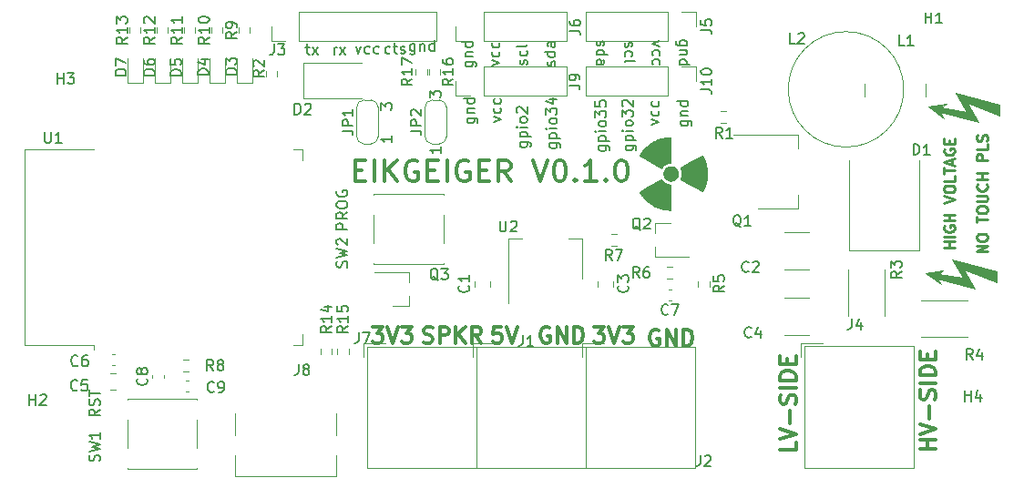
<source format=gbr>
%TF.GenerationSoftware,KiCad,Pcbnew,(6.0.7)*%
%TF.CreationDate,2022-11-03T13:34:30+01:00*%
%TF.ProjectId,opengeiger_ROUND,6f70656e-6765-4696-9765-725f524f554e,rev?*%
%TF.SameCoordinates,Original*%
%TF.FileFunction,Legend,Top*%
%TF.FilePolarity,Positive*%
%FSLAX46Y46*%
G04 Gerber Fmt 4.6, Leading zero omitted, Abs format (unit mm)*
G04 Created by KiCad (PCBNEW (6.0.7)) date 2022-11-03 13:34:30*
%MOMM*%
%LPD*%
G01*
G04 APERTURE LIST*
%ADD10C,0.020000*%
%ADD11C,0.003000*%
%ADD12C,0.200000*%
%ADD13C,0.300000*%
%ADD14C,0.250000*%
%ADD15C,0.150000*%
%ADD16C,0.120000*%
G04 APERTURE END LIST*
D10*
G36*
X191775410Y-100664883D02*
G01*
X191775410Y-101710781D01*
X188773448Y-100556430D01*
X189787754Y-102313237D01*
X186273030Y-101404843D01*
X186622994Y-101922606D01*
X185160590Y-100898616D01*
X185160827Y-100898616D01*
X186803889Y-100608871D01*
X186346690Y-100929017D01*
X188700952Y-101333194D01*
X187681777Y-99568000D01*
X191775410Y-100664883D01*
G37*
X191775410Y-100664883D02*
X191775410Y-101710781D01*
X188773448Y-100556430D01*
X189787754Y-102313237D01*
X186273030Y-101404843D01*
X186622994Y-101922606D01*
X185160590Y-100898616D01*
X185160827Y-100898616D01*
X186803889Y-100608871D01*
X186346690Y-100929017D01*
X188700952Y-101333194D01*
X187681777Y-99568000D01*
X191775410Y-100664883D01*
D11*
G36*
X160667822Y-92163701D02*
G01*
X160700386Y-92210361D01*
X160735306Y-92254852D01*
X160772482Y-92297114D01*
X160811813Y-92337086D01*
X160853200Y-92374707D01*
X160896543Y-92409918D01*
X160941741Y-92442658D01*
X160988695Y-92472867D01*
X161037305Y-92500483D01*
X161087471Y-92525446D01*
X161139092Y-92547697D01*
X161192069Y-92567174D01*
X161246302Y-92583817D01*
X161301690Y-92597566D01*
X161358134Y-92608360D01*
X161415534Y-92616138D01*
X161437553Y-92618387D01*
X161459124Y-92620239D01*
X161468983Y-92620955D01*
X161477819Y-92621496D01*
X161485327Y-92621839D01*
X161491205Y-92621959D01*
X161515018Y-92621959D01*
X161515018Y-94994214D01*
X161409184Y-94990509D01*
X161277023Y-94983471D01*
X161145918Y-94971507D01*
X161015969Y-94954653D01*
X160887277Y-94932946D01*
X160759944Y-94906420D01*
X160634069Y-94875112D01*
X160509754Y-94839056D01*
X160387099Y-94798290D01*
X160266205Y-94752847D01*
X160147173Y-94702765D01*
X160030104Y-94648078D01*
X159915099Y-94588822D01*
X159802257Y-94525034D01*
X159691681Y-94456748D01*
X159583470Y-94384000D01*
X159477726Y-94306826D01*
X159415030Y-94258138D01*
X159353736Y-94208307D01*
X159293830Y-94157318D01*
X159235301Y-94105156D01*
X159178137Y-94051806D01*
X159122324Y-93997254D01*
X159067851Y-93941485D01*
X159014705Y-93884485D01*
X158962874Y-93826238D01*
X158912344Y-93766730D01*
X158863105Y-93705946D01*
X158815143Y-93643871D01*
X158768446Y-93580491D01*
X158723002Y-93515791D01*
X158678798Y-93449756D01*
X158635822Y-93382372D01*
X158626552Y-93367149D01*
X158617921Y-93352664D01*
X158610121Y-93339258D01*
X158603344Y-93327272D01*
X158597783Y-93317048D01*
X158593629Y-93308925D01*
X158592140Y-93305759D01*
X158591075Y-93303246D01*
X158590458Y-93301429D01*
X158590325Y-93300795D01*
X158590313Y-93300351D01*
X159348742Y-92856909D01*
X160608026Y-92129305D01*
X160635014Y-92113959D01*
X160667822Y-92163701D01*
G37*
X160667822Y-92163701D02*
X160700386Y-92210361D01*
X160735306Y-92254852D01*
X160772482Y-92297114D01*
X160811813Y-92337086D01*
X160853200Y-92374707D01*
X160896543Y-92409918D01*
X160941741Y-92442658D01*
X160988695Y-92472867D01*
X161037305Y-92500483D01*
X161087471Y-92525446D01*
X161139092Y-92547697D01*
X161192069Y-92567174D01*
X161246302Y-92583817D01*
X161301690Y-92597566D01*
X161358134Y-92608360D01*
X161415534Y-92616138D01*
X161437553Y-92618387D01*
X161459124Y-92620239D01*
X161468983Y-92620955D01*
X161477819Y-92621496D01*
X161485327Y-92621839D01*
X161491205Y-92621959D01*
X161515018Y-92621959D01*
X161515018Y-94994214D01*
X161409184Y-94990509D01*
X161277023Y-94983471D01*
X161145918Y-94971507D01*
X161015969Y-94954653D01*
X160887277Y-94932946D01*
X160759944Y-94906420D01*
X160634069Y-94875112D01*
X160509754Y-94839056D01*
X160387099Y-94798290D01*
X160266205Y-94752847D01*
X160147173Y-94702765D01*
X160030104Y-94648078D01*
X159915099Y-94588822D01*
X159802257Y-94525034D01*
X159691681Y-94456748D01*
X159583470Y-94384000D01*
X159477726Y-94306826D01*
X159415030Y-94258138D01*
X159353736Y-94208307D01*
X159293830Y-94157318D01*
X159235301Y-94105156D01*
X159178137Y-94051806D01*
X159122324Y-93997254D01*
X159067851Y-93941485D01*
X159014705Y-93884485D01*
X158962874Y-93826238D01*
X158912344Y-93766730D01*
X158863105Y-93705946D01*
X158815143Y-93643871D01*
X158768446Y-93580491D01*
X158723002Y-93515791D01*
X158678798Y-93449756D01*
X158635822Y-93382372D01*
X158626552Y-93367149D01*
X158617921Y-93352664D01*
X158610121Y-93339258D01*
X158603344Y-93327272D01*
X158597783Y-93317048D01*
X158593629Y-93308925D01*
X158592140Y-93305759D01*
X158591075Y-93303246D01*
X158590458Y-93301429D01*
X158590325Y-93300795D01*
X158590313Y-93300351D01*
X159348742Y-92856909D01*
X160608026Y-92129305D01*
X160635014Y-92113959D01*
X160667822Y-92163701D01*
G36*
X161539238Y-90930248D02*
G01*
X161569125Y-90932000D01*
X161598903Y-90935083D01*
X161628529Y-90939495D01*
X161657957Y-90945231D01*
X161687144Y-90952289D01*
X161716044Y-90960663D01*
X161744614Y-90970352D01*
X161772810Y-90981351D01*
X161800586Y-90993656D01*
X161827898Y-91007264D01*
X161854703Y-91022172D01*
X161880956Y-91038375D01*
X161906611Y-91055871D01*
X161931626Y-91074656D01*
X161955955Y-91094725D01*
X161979555Y-91116076D01*
X162002380Y-91138705D01*
X162027093Y-91165845D01*
X162050209Y-91194217D01*
X162071696Y-91223729D01*
X162091520Y-91254287D01*
X162109648Y-91285796D01*
X162126047Y-91318164D01*
X162140683Y-91351296D01*
X162153523Y-91385098D01*
X162164534Y-91419478D01*
X162173682Y-91454340D01*
X162180934Y-91489591D01*
X162186257Y-91525137D01*
X162189617Y-91560885D01*
X162190981Y-91596741D01*
X162190316Y-91632611D01*
X162187588Y-91668401D01*
X162183866Y-91698901D01*
X162179045Y-91728701D01*
X162173117Y-91757819D01*
X162166074Y-91786273D01*
X162157909Y-91814082D01*
X162148614Y-91841265D01*
X162138181Y-91867840D01*
X162126602Y-91893826D01*
X162113870Y-91919241D01*
X162099976Y-91944105D01*
X162084914Y-91968435D01*
X162068675Y-91992251D01*
X162051251Y-92015570D01*
X162032636Y-92038412D01*
X162012820Y-92060796D01*
X161991797Y-92082738D01*
X161969854Y-92103762D01*
X161947470Y-92123577D01*
X161924625Y-92142193D01*
X161901301Y-92159616D01*
X161877478Y-92175855D01*
X161853136Y-92190918D01*
X161828256Y-92204811D01*
X161802818Y-92217544D01*
X161776804Y-92229122D01*
X161750194Y-92239556D01*
X161722968Y-92248851D01*
X161695108Y-92257016D01*
X161666593Y-92264059D01*
X161637405Y-92269987D01*
X161607524Y-92274808D01*
X161576930Y-92278530D01*
X161543873Y-92281139D01*
X161511012Y-92282045D01*
X161478391Y-92281285D01*
X161446059Y-92278895D01*
X161414060Y-92274912D01*
X161382442Y-92269371D01*
X161351251Y-92262311D01*
X161320532Y-92253767D01*
X161290333Y-92243775D01*
X161260700Y-92232373D01*
X161231679Y-92219597D01*
X161203316Y-92205483D01*
X161175657Y-92190069D01*
X161148750Y-92173389D01*
X161122639Y-92155482D01*
X161097373Y-92136383D01*
X161072996Y-92116129D01*
X161049555Y-92094756D01*
X161027097Y-92072302D01*
X161005668Y-92048803D01*
X160985313Y-92024294D01*
X160966081Y-91998813D01*
X160948016Y-91972397D01*
X160931165Y-91945081D01*
X160915574Y-91916902D01*
X160901290Y-91887897D01*
X160888360Y-91858103D01*
X160876828Y-91827555D01*
X160866742Y-91796291D01*
X160858148Y-91764346D01*
X160851093Y-91731758D01*
X160845622Y-91698563D01*
X160842842Y-91675886D01*
X160840849Y-91653208D01*
X160839189Y-91607929D01*
X160840580Y-91562876D01*
X160844960Y-91518200D01*
X160852267Y-91474051D01*
X160862439Y-91430580D01*
X160875414Y-91387936D01*
X160891130Y-91346271D01*
X160909525Y-91305734D01*
X160930536Y-91266476D01*
X160954103Y-91228648D01*
X160980162Y-91192399D01*
X161008653Y-91157880D01*
X161039512Y-91125242D01*
X161072678Y-91094635D01*
X161090106Y-91080140D01*
X161108088Y-91066209D01*
X161134278Y-91047556D01*
X161161024Y-91030287D01*
X161188284Y-91014401D01*
X161216011Y-90999893D01*
X161244163Y-90986760D01*
X161272695Y-90974998D01*
X161301561Y-90964603D01*
X161330719Y-90955572D01*
X161360123Y-90947902D01*
X161389729Y-90941588D01*
X161419493Y-90936628D01*
X161449370Y-90933018D01*
X161479316Y-90930753D01*
X161509287Y-90929831D01*
X161539238Y-90930248D01*
G37*
X161539238Y-90930248D02*
X161569125Y-90932000D01*
X161598903Y-90935083D01*
X161628529Y-90939495D01*
X161657957Y-90945231D01*
X161687144Y-90952289D01*
X161716044Y-90960663D01*
X161744614Y-90970352D01*
X161772810Y-90981351D01*
X161800586Y-90993656D01*
X161827898Y-91007264D01*
X161854703Y-91022172D01*
X161880956Y-91038375D01*
X161906611Y-91055871D01*
X161931626Y-91074656D01*
X161955955Y-91094725D01*
X161979555Y-91116076D01*
X162002380Y-91138705D01*
X162027093Y-91165845D01*
X162050209Y-91194217D01*
X162071696Y-91223729D01*
X162091520Y-91254287D01*
X162109648Y-91285796D01*
X162126047Y-91318164D01*
X162140683Y-91351296D01*
X162153523Y-91385098D01*
X162164534Y-91419478D01*
X162173682Y-91454340D01*
X162180934Y-91489591D01*
X162186257Y-91525137D01*
X162189617Y-91560885D01*
X162190981Y-91596741D01*
X162190316Y-91632611D01*
X162187588Y-91668401D01*
X162183866Y-91698901D01*
X162179045Y-91728701D01*
X162173117Y-91757819D01*
X162166074Y-91786273D01*
X162157909Y-91814082D01*
X162148614Y-91841265D01*
X162138181Y-91867840D01*
X162126602Y-91893826D01*
X162113870Y-91919241D01*
X162099976Y-91944105D01*
X162084914Y-91968435D01*
X162068675Y-91992251D01*
X162051251Y-92015570D01*
X162032636Y-92038412D01*
X162012820Y-92060796D01*
X161991797Y-92082738D01*
X161969854Y-92103762D01*
X161947470Y-92123577D01*
X161924625Y-92142193D01*
X161901301Y-92159616D01*
X161877478Y-92175855D01*
X161853136Y-92190918D01*
X161828256Y-92204811D01*
X161802818Y-92217544D01*
X161776804Y-92229122D01*
X161750194Y-92239556D01*
X161722968Y-92248851D01*
X161695108Y-92257016D01*
X161666593Y-92264059D01*
X161637405Y-92269987D01*
X161607524Y-92274808D01*
X161576930Y-92278530D01*
X161543873Y-92281139D01*
X161511012Y-92282045D01*
X161478391Y-92281285D01*
X161446059Y-92278895D01*
X161414060Y-92274912D01*
X161382442Y-92269371D01*
X161351251Y-92262311D01*
X161320532Y-92253767D01*
X161290333Y-92243775D01*
X161260700Y-92232373D01*
X161231679Y-92219597D01*
X161203316Y-92205483D01*
X161175657Y-92190069D01*
X161148750Y-92173389D01*
X161122639Y-92155482D01*
X161097373Y-92136383D01*
X161072996Y-92116129D01*
X161049555Y-92094756D01*
X161027097Y-92072302D01*
X161005668Y-92048803D01*
X160985313Y-92024294D01*
X160966081Y-91998813D01*
X160948016Y-91972397D01*
X160931165Y-91945081D01*
X160915574Y-91916902D01*
X160901290Y-91887897D01*
X160888360Y-91858103D01*
X160876828Y-91827555D01*
X160866742Y-91796291D01*
X160858148Y-91764346D01*
X160851093Y-91731758D01*
X160845622Y-91698563D01*
X160842842Y-91675886D01*
X160840849Y-91653208D01*
X160839189Y-91607929D01*
X160840580Y-91562876D01*
X160844960Y-91518200D01*
X160852267Y-91474051D01*
X160862439Y-91430580D01*
X160875414Y-91387936D01*
X160891130Y-91346271D01*
X160909525Y-91305734D01*
X160930536Y-91266476D01*
X160954103Y-91228648D01*
X160980162Y-91192399D01*
X161008653Y-91157880D01*
X161039512Y-91125242D01*
X161072678Y-91094635D01*
X161090106Y-91080140D01*
X161108088Y-91066209D01*
X161134278Y-91047556D01*
X161161024Y-91030287D01*
X161188284Y-91014401D01*
X161216011Y-90999893D01*
X161244163Y-90986760D01*
X161272695Y-90974998D01*
X161301561Y-90964603D01*
X161330719Y-90955572D01*
X161360123Y-90947902D01*
X161389729Y-90941588D01*
X161419493Y-90936628D01*
X161449370Y-90933018D01*
X161479316Y-90930753D01*
X161509287Y-90929831D01*
X161539238Y-90930248D01*
G36*
X161515018Y-90589959D02*
G01*
X161491205Y-90589959D01*
X161475075Y-90590414D01*
X161455428Y-90591712D01*
X161433116Y-90593754D01*
X161408986Y-90596442D01*
X161383889Y-90599674D01*
X161358674Y-90603354D01*
X161334190Y-90607380D01*
X161311288Y-90611655D01*
X161262645Y-90622768D01*
X161214611Y-90636417D01*
X161167289Y-90652533D01*
X161120780Y-90671046D01*
X161075186Y-90691887D01*
X161030608Y-90714988D01*
X160987148Y-90740280D01*
X160944907Y-90767693D01*
X160903987Y-90797159D01*
X160864489Y-90828608D01*
X160826515Y-90861972D01*
X160790167Y-90897182D01*
X160755546Y-90934168D01*
X160722753Y-90972862D01*
X160691890Y-91013194D01*
X160663059Y-91055097D01*
X160657399Y-91063576D01*
X160652005Y-91071435D01*
X160646995Y-91078500D01*
X160644671Y-91081681D01*
X160642488Y-91084598D01*
X160640460Y-91087230D01*
X160638601Y-91089555D01*
X160636927Y-91091551D01*
X160635452Y-91093197D01*
X160634191Y-91094471D01*
X160633645Y-91094961D01*
X160633158Y-91095351D01*
X160632732Y-91095636D01*
X160632369Y-91095815D01*
X160632071Y-91095885D01*
X160631838Y-91095843D01*
X158822617Y-90051797D01*
X158731824Y-89998773D01*
X158657452Y-89954629D01*
X158628826Y-89937297D01*
X158607189Y-89923879D01*
X158593502Y-89914938D01*
X158589940Y-89912323D01*
X158588726Y-89911039D01*
X158589389Y-89908573D01*
X158591323Y-89904240D01*
X158598689Y-89890484D01*
X158610185Y-89870799D01*
X158625172Y-89846216D01*
X158663066Y-89786469D01*
X158707259Y-89719480D01*
X158787768Y-89605171D01*
X158872445Y-89494674D01*
X158961171Y-89388083D01*
X159053822Y-89285489D01*
X159150278Y-89186985D01*
X159250417Y-89092663D01*
X159354117Y-89002614D01*
X159461256Y-88916933D01*
X159571712Y-88835710D01*
X159685365Y-88759037D01*
X159802092Y-88687008D01*
X159921771Y-88619715D01*
X160044282Y-88557248D01*
X160169501Y-88499702D01*
X160297308Y-88447168D01*
X160427580Y-88399738D01*
X160545812Y-88361733D01*
X160665209Y-88328268D01*
X160785847Y-88299316D01*
X160907799Y-88274855D01*
X161031140Y-88254858D01*
X161155945Y-88239302D01*
X161282288Y-88228160D01*
X161410243Y-88221410D01*
X161515018Y-88217705D01*
X161515018Y-90589959D01*
G37*
X161515018Y-90589959D02*
X161491205Y-90589959D01*
X161475075Y-90590414D01*
X161455428Y-90591712D01*
X161433116Y-90593754D01*
X161408986Y-90596442D01*
X161383889Y-90599674D01*
X161358674Y-90603354D01*
X161334190Y-90607380D01*
X161311288Y-90611655D01*
X161262645Y-90622768D01*
X161214611Y-90636417D01*
X161167289Y-90652533D01*
X161120780Y-90671046D01*
X161075186Y-90691887D01*
X161030608Y-90714988D01*
X160987148Y-90740280D01*
X160944907Y-90767693D01*
X160903987Y-90797159D01*
X160864489Y-90828608D01*
X160826515Y-90861972D01*
X160790167Y-90897182D01*
X160755546Y-90934168D01*
X160722753Y-90972862D01*
X160691890Y-91013194D01*
X160663059Y-91055097D01*
X160657399Y-91063576D01*
X160652005Y-91071435D01*
X160646995Y-91078500D01*
X160644671Y-91081681D01*
X160642488Y-91084598D01*
X160640460Y-91087230D01*
X160638601Y-91089555D01*
X160636927Y-91091551D01*
X160635452Y-91093197D01*
X160634191Y-91094471D01*
X160633645Y-91094961D01*
X160633158Y-91095351D01*
X160632732Y-91095636D01*
X160632369Y-91095815D01*
X160632071Y-91095885D01*
X160631838Y-91095843D01*
X158822617Y-90051797D01*
X158731824Y-89998773D01*
X158657452Y-89954629D01*
X158628826Y-89937297D01*
X158607189Y-89923879D01*
X158593502Y-89914938D01*
X158589940Y-89912323D01*
X158588726Y-89911039D01*
X158589389Y-89908573D01*
X158591323Y-89904240D01*
X158598689Y-89890484D01*
X158610185Y-89870799D01*
X158625172Y-89846216D01*
X158663066Y-89786469D01*
X158707259Y-89719480D01*
X158787768Y-89605171D01*
X158872445Y-89494674D01*
X158961171Y-89388083D01*
X159053822Y-89285489D01*
X159150278Y-89186985D01*
X159250417Y-89092663D01*
X159354117Y-89002614D01*
X159461256Y-88916933D01*
X159571712Y-88835710D01*
X159685365Y-88759037D01*
X159802092Y-88687008D01*
X159921771Y-88619715D01*
X160044282Y-88557248D01*
X160169501Y-88499702D01*
X160297308Y-88447168D01*
X160427580Y-88399738D01*
X160545812Y-88361733D01*
X160665209Y-88328268D01*
X160785847Y-88299316D01*
X160907799Y-88274855D01*
X161031140Y-88254858D01*
X161155945Y-88239302D01*
X161282288Y-88228160D01*
X161410243Y-88221410D01*
X161515018Y-88217705D01*
X161515018Y-90589959D01*
G36*
X164451364Y-89927972D02*
G01*
X164460120Y-89941859D01*
X164474283Y-89966940D01*
X164512879Y-90039295D01*
X164555246Y-90122267D01*
X164574122Y-90160618D01*
X164589476Y-90193084D01*
X164647859Y-90326825D01*
X164674721Y-90394065D01*
X164700047Y-90461620D01*
X164723851Y-90529540D01*
X164746146Y-90597878D01*
X164766944Y-90666684D01*
X164786260Y-90736009D01*
X164804106Y-90805905D01*
X164820496Y-90876422D01*
X164835442Y-90947613D01*
X164848958Y-91019527D01*
X164871752Y-91165732D01*
X164888984Y-91315447D01*
X164893326Y-91373598D01*
X164896434Y-91444406D01*
X164898314Y-91523611D01*
X164898972Y-91606951D01*
X164898415Y-91690168D01*
X164896649Y-91769000D01*
X164893679Y-91839188D01*
X164889513Y-91896472D01*
X164881219Y-91973063D01*
X164871600Y-92048503D01*
X164860636Y-92122868D01*
X164848304Y-92196236D01*
X164834584Y-92268683D01*
X164819453Y-92340286D01*
X164802889Y-92411122D01*
X164784871Y-92481267D01*
X164765377Y-92550798D01*
X164744386Y-92619792D01*
X164721875Y-92688325D01*
X164697823Y-92756475D01*
X164672209Y-92824318D01*
X164645010Y-92891930D01*
X164616205Y-92959389D01*
X164585772Y-93026772D01*
X164568381Y-93063159D01*
X164548441Y-93103559D01*
X164527273Y-93145434D01*
X164506199Y-93186249D01*
X164486538Y-93223468D01*
X164469612Y-93254553D01*
X164456741Y-93276969D01*
X164452239Y-93284134D01*
X164449247Y-93288180D01*
X164446536Y-93290622D01*
X164429941Y-93284005D01*
X164270984Y-93195642D01*
X162861218Y-92382776D01*
X162395551Y-92113959D01*
X162425713Y-92052576D01*
X162440649Y-92020857D01*
X162454492Y-91988459D01*
X162467226Y-91955457D01*
X162478837Y-91921930D01*
X162489309Y-91887952D01*
X162498630Y-91853602D01*
X162506783Y-91818956D01*
X162513753Y-91784090D01*
X162519527Y-91749082D01*
X162524090Y-91714007D01*
X162527426Y-91678944D01*
X162529521Y-91643968D01*
X162530361Y-91609157D01*
X162529929Y-91574587D01*
X162528213Y-91540334D01*
X162525197Y-91506476D01*
X162522481Y-91483544D01*
X162519295Y-91460786D01*
X162515638Y-91438201D01*
X162511513Y-91415790D01*
X162506920Y-91393553D01*
X162501859Y-91371489D01*
X162496331Y-91349599D01*
X162490338Y-91327882D01*
X162483880Y-91306339D01*
X162476957Y-91284970D01*
X162469571Y-91263774D01*
X162461722Y-91242752D01*
X162453411Y-91221904D01*
X162444638Y-91201229D01*
X162435406Y-91180728D01*
X162425713Y-91160401D01*
X162395022Y-91097959D01*
X162429947Y-91077851D01*
X163453884Y-90486772D01*
X164442367Y-89916330D01*
X164451364Y-89927972D01*
G37*
X164451364Y-89927972D02*
X164460120Y-89941859D01*
X164474283Y-89966940D01*
X164512879Y-90039295D01*
X164555246Y-90122267D01*
X164574122Y-90160618D01*
X164589476Y-90193084D01*
X164647859Y-90326825D01*
X164674721Y-90394065D01*
X164700047Y-90461620D01*
X164723851Y-90529540D01*
X164746146Y-90597878D01*
X164766944Y-90666684D01*
X164786260Y-90736009D01*
X164804106Y-90805905D01*
X164820496Y-90876422D01*
X164835442Y-90947613D01*
X164848958Y-91019527D01*
X164871752Y-91165732D01*
X164888984Y-91315447D01*
X164893326Y-91373598D01*
X164896434Y-91444406D01*
X164898314Y-91523611D01*
X164898972Y-91606951D01*
X164898415Y-91690168D01*
X164896649Y-91769000D01*
X164893679Y-91839188D01*
X164889513Y-91896472D01*
X164881219Y-91973063D01*
X164871600Y-92048503D01*
X164860636Y-92122868D01*
X164848304Y-92196236D01*
X164834584Y-92268683D01*
X164819453Y-92340286D01*
X164802889Y-92411122D01*
X164784871Y-92481267D01*
X164765377Y-92550798D01*
X164744386Y-92619792D01*
X164721875Y-92688325D01*
X164697823Y-92756475D01*
X164672209Y-92824318D01*
X164645010Y-92891930D01*
X164616205Y-92959389D01*
X164585772Y-93026772D01*
X164568381Y-93063159D01*
X164548441Y-93103559D01*
X164527273Y-93145434D01*
X164506199Y-93186249D01*
X164486538Y-93223468D01*
X164469612Y-93254553D01*
X164456741Y-93276969D01*
X164452239Y-93284134D01*
X164449247Y-93288180D01*
X164446536Y-93290622D01*
X164429941Y-93284005D01*
X164270984Y-93195642D01*
X162861218Y-92382776D01*
X162395551Y-92113959D01*
X162425713Y-92052576D01*
X162440649Y-92020857D01*
X162454492Y-91988459D01*
X162467226Y-91955457D01*
X162478837Y-91921930D01*
X162489309Y-91887952D01*
X162498630Y-91853602D01*
X162506783Y-91818956D01*
X162513753Y-91784090D01*
X162519527Y-91749082D01*
X162524090Y-91714007D01*
X162527426Y-91678944D01*
X162529521Y-91643968D01*
X162530361Y-91609157D01*
X162529929Y-91574587D01*
X162528213Y-91540334D01*
X162525197Y-91506476D01*
X162522481Y-91483544D01*
X162519295Y-91460786D01*
X162515638Y-91438201D01*
X162511513Y-91415790D01*
X162506920Y-91393553D01*
X162501859Y-91371489D01*
X162496331Y-91349599D01*
X162490338Y-91327882D01*
X162483880Y-91306339D01*
X162476957Y-91284970D01*
X162469571Y-91263774D01*
X162461722Y-91242752D01*
X162453411Y-91221904D01*
X162444638Y-91201229D01*
X162435406Y-91180728D01*
X162425713Y-91160401D01*
X162395022Y-91097959D01*
X162429947Y-91077851D01*
X163453884Y-90486772D01*
X164442367Y-89916330D01*
X164451364Y-89927972D01*
D10*
G36*
X192078971Y-85183689D02*
G01*
X192078971Y-86229587D01*
X189077009Y-85075236D01*
X190091315Y-86832043D01*
X186576591Y-85923649D01*
X186926555Y-86441412D01*
X185464151Y-85417422D01*
X185464388Y-85417422D01*
X187107450Y-85127677D01*
X186650251Y-85447823D01*
X189004513Y-85852000D01*
X187985338Y-84086806D01*
X192078971Y-85183689D01*
G37*
X192078971Y-85183689D02*
X192078971Y-86229587D01*
X189077009Y-85075236D01*
X190091315Y-86832043D01*
X186576591Y-85923649D01*
X186926555Y-86441412D01*
X185464151Y-85417422D01*
X185464388Y-85417422D01*
X187107450Y-85127677D01*
X186650251Y-85447823D01*
X189004513Y-85852000D01*
X187985338Y-84086806D01*
X192078971Y-85183689D01*
D12*
X127573161Y-79846514D02*
X127954114Y-79846514D01*
X127716019Y-79513180D02*
X127716019Y-80370323D01*
X127763638Y-80465561D01*
X127858876Y-80513180D01*
X127954114Y-80513180D01*
X128192209Y-80513180D02*
X128716019Y-79846514D01*
X128192209Y-79846514D02*
X128716019Y-80513180D01*
D13*
X160401142Y-106184000D02*
X160258285Y-106112571D01*
X160044000Y-106112571D01*
X159829714Y-106184000D01*
X159686857Y-106326857D01*
X159615428Y-106469714D01*
X159544000Y-106755428D01*
X159544000Y-106969714D01*
X159615428Y-107255428D01*
X159686857Y-107398285D01*
X159829714Y-107541142D01*
X160044000Y-107612571D01*
X160186857Y-107612571D01*
X160401142Y-107541142D01*
X160472571Y-107469714D01*
X160472571Y-106969714D01*
X160186857Y-106969714D01*
X161115428Y-107612571D02*
X161115428Y-106112571D01*
X161972571Y-107612571D01*
X161972571Y-106112571D01*
X162686857Y-107612571D02*
X162686857Y-106112571D01*
X163044000Y-106112571D01*
X163258285Y-106184000D01*
X163401142Y-106326857D01*
X163472571Y-106469714D01*
X163544000Y-106755428D01*
X163544000Y-106969714D01*
X163472571Y-107255428D01*
X163401142Y-107398285D01*
X163258285Y-107541142D01*
X163044000Y-107612571D01*
X162686857Y-107612571D01*
D12*
X162447314Y-86694876D02*
X163256838Y-86694876D01*
X163352076Y-86742495D01*
X163399695Y-86790114D01*
X163447314Y-86885352D01*
X163447314Y-87028209D01*
X163399695Y-87123447D01*
X163066361Y-86694876D02*
X163113980Y-86790114D01*
X163113980Y-86980590D01*
X163066361Y-87075828D01*
X163018742Y-87123447D01*
X162923504Y-87171066D01*
X162637790Y-87171066D01*
X162542552Y-87123447D01*
X162494933Y-87075828D01*
X162447314Y-86980590D01*
X162447314Y-86790114D01*
X162494933Y-86694876D01*
X162447314Y-86218685D02*
X163113980Y-86218685D01*
X162542552Y-86218685D02*
X162494933Y-86171066D01*
X162447314Y-86075828D01*
X162447314Y-85932971D01*
X162494933Y-85837733D01*
X162590171Y-85790114D01*
X163113980Y-85790114D01*
X163113980Y-84885352D02*
X162113980Y-84885352D01*
X163066361Y-84885352D02*
X163113980Y-84980590D01*
X163113980Y-85171066D01*
X163066361Y-85266304D01*
X163018742Y-85313923D01*
X162923504Y-85361542D01*
X162637790Y-85361542D01*
X162542552Y-85313923D01*
X162494933Y-85266304D01*
X162447314Y-85171066D01*
X162447314Y-84980590D01*
X162494933Y-84885352D01*
X157278438Y-79410038D02*
X157230819Y-79505276D01*
X157230819Y-79695752D01*
X157278438Y-79790990D01*
X157373676Y-79838609D01*
X157421295Y-79838609D01*
X157516533Y-79790990D01*
X157564152Y-79695752D01*
X157564152Y-79552895D01*
X157611771Y-79457657D01*
X157707009Y-79410038D01*
X157754628Y-79410038D01*
X157849866Y-79457657D01*
X157897485Y-79552895D01*
X157897485Y-79695752D01*
X157849866Y-79790990D01*
X157278438Y-80695752D02*
X157230819Y-80600514D01*
X157230819Y-80410038D01*
X157278438Y-80314800D01*
X157326057Y-80267180D01*
X157421295Y-80219561D01*
X157707009Y-80219561D01*
X157802247Y-80267180D01*
X157849866Y-80314800D01*
X157897485Y-80410038D01*
X157897485Y-80600514D01*
X157849866Y-80695752D01*
X157230819Y-81267180D02*
X157278438Y-81171942D01*
X157373676Y-81124323D01*
X158230819Y-81124323D01*
D13*
X186149966Y-117240307D02*
X184649966Y-117240307D01*
X185364252Y-117240307D02*
X185364252Y-116383164D01*
X186149966Y-116383164D02*
X184649966Y-116383164D01*
X184649966Y-115883164D02*
X186149966Y-115383164D01*
X184649966Y-114883164D01*
X185578537Y-114383164D02*
X185578537Y-113240307D01*
X186078537Y-112597449D02*
X186149966Y-112383164D01*
X186149966Y-112026021D01*
X186078537Y-111883164D01*
X186007109Y-111811735D01*
X185864252Y-111740307D01*
X185721395Y-111740307D01*
X185578537Y-111811735D01*
X185507109Y-111883164D01*
X185435680Y-112026021D01*
X185364252Y-112311735D01*
X185292823Y-112454592D01*
X185221395Y-112526021D01*
X185078537Y-112597449D01*
X184935680Y-112597449D01*
X184792823Y-112526021D01*
X184721395Y-112454592D01*
X184649966Y-112311735D01*
X184649966Y-111954592D01*
X184721395Y-111740307D01*
X186149966Y-111097449D02*
X184649966Y-111097449D01*
X186149966Y-110383164D02*
X184649966Y-110383164D01*
X184649966Y-110026021D01*
X184721395Y-109811735D01*
X184864252Y-109668878D01*
X185007109Y-109597449D01*
X185292823Y-109526021D01*
X185507109Y-109526021D01*
X185792823Y-109597449D01*
X185935680Y-109668878D01*
X186078537Y-109811735D01*
X186149966Y-110026021D01*
X186149966Y-110383164D01*
X185364252Y-108883164D02*
X185364252Y-108383164D01*
X186149966Y-108168878D02*
X186149966Y-108883164D01*
X184649966Y-108883164D01*
X184649966Y-108168878D01*
D12*
X137739523Y-79541714D02*
X137739523Y-80351238D01*
X137691904Y-80446476D01*
X137644285Y-80494095D01*
X137549047Y-80541714D01*
X137406190Y-80541714D01*
X137310952Y-80494095D01*
X137739523Y-80160761D02*
X137644285Y-80208380D01*
X137453809Y-80208380D01*
X137358571Y-80160761D01*
X137310952Y-80113142D01*
X137263333Y-80017904D01*
X137263333Y-79732190D01*
X137310952Y-79636952D01*
X137358571Y-79589333D01*
X137453809Y-79541714D01*
X137644285Y-79541714D01*
X137739523Y-79589333D01*
X138215714Y-79541714D02*
X138215714Y-80208380D01*
X138215714Y-79636952D02*
X138263333Y-79589333D01*
X138358571Y-79541714D01*
X138501428Y-79541714D01*
X138596666Y-79589333D01*
X138644285Y-79684571D01*
X138644285Y-80208380D01*
X139549047Y-80208380D02*
X139549047Y-79208380D01*
X139549047Y-80160761D02*
X139453809Y-80208380D01*
X139263333Y-80208380D01*
X139168095Y-80160761D01*
X139120476Y-80113142D01*
X139072857Y-80017904D01*
X139072857Y-79732190D01*
X139120476Y-79636952D01*
X139168095Y-79589333D01*
X139263333Y-79541714D01*
X139453809Y-79541714D01*
X139549047Y-79589333D01*
X150255314Y-88799752D02*
X151064838Y-88799752D01*
X151160076Y-88847371D01*
X151207695Y-88894990D01*
X151255314Y-88990228D01*
X151255314Y-89133085D01*
X151207695Y-89228323D01*
X150874361Y-88799752D02*
X150921980Y-88894990D01*
X150921980Y-89085466D01*
X150874361Y-89180704D01*
X150826742Y-89228323D01*
X150731504Y-89275942D01*
X150445790Y-89275942D01*
X150350552Y-89228323D01*
X150302933Y-89180704D01*
X150255314Y-89085466D01*
X150255314Y-88894990D01*
X150302933Y-88799752D01*
X150255314Y-88323561D02*
X151255314Y-88323561D01*
X150302933Y-88323561D02*
X150255314Y-88228323D01*
X150255314Y-88037847D01*
X150302933Y-87942609D01*
X150350552Y-87894990D01*
X150445790Y-87847371D01*
X150731504Y-87847371D01*
X150826742Y-87894990D01*
X150874361Y-87942609D01*
X150921980Y-88037847D01*
X150921980Y-88228323D01*
X150874361Y-88323561D01*
X150921980Y-87418800D02*
X150255314Y-87418800D01*
X149921980Y-87418800D02*
X149969600Y-87466419D01*
X150017219Y-87418800D01*
X149969600Y-87371180D01*
X149921980Y-87418800D01*
X150017219Y-87418800D01*
X150921980Y-86799752D02*
X150874361Y-86894990D01*
X150826742Y-86942609D01*
X150731504Y-86990228D01*
X150445790Y-86990228D01*
X150350552Y-86942609D01*
X150302933Y-86894990D01*
X150255314Y-86799752D01*
X150255314Y-86656895D01*
X150302933Y-86561657D01*
X150350552Y-86514038D01*
X150445790Y-86466419D01*
X150731504Y-86466419D01*
X150826742Y-86514038D01*
X150874361Y-86561657D01*
X150921980Y-86656895D01*
X150921980Y-86799752D01*
X149921980Y-86133085D02*
X149921980Y-85514038D01*
X150302933Y-85847371D01*
X150302933Y-85704514D01*
X150350552Y-85609276D01*
X150398171Y-85561657D01*
X150493409Y-85514038D01*
X150731504Y-85514038D01*
X150826742Y-85561657D01*
X150874361Y-85609276D01*
X150921980Y-85704514D01*
X150921980Y-85990228D01*
X150874361Y-86085466D01*
X150826742Y-86133085D01*
X150255314Y-84656895D02*
X150921980Y-84656895D01*
X149874361Y-84894990D02*
X150588647Y-85133085D01*
X150588647Y-84514038D01*
D13*
X138545428Y-107287142D02*
X138759714Y-107358571D01*
X139116857Y-107358571D01*
X139259714Y-107287142D01*
X139331142Y-107215714D01*
X139402571Y-107072857D01*
X139402571Y-106930000D01*
X139331142Y-106787142D01*
X139259714Y-106715714D01*
X139116857Y-106644285D01*
X138831142Y-106572857D01*
X138688285Y-106501428D01*
X138616857Y-106430000D01*
X138545428Y-106287142D01*
X138545428Y-106144285D01*
X138616857Y-106001428D01*
X138688285Y-105930000D01*
X138831142Y-105858571D01*
X139188285Y-105858571D01*
X139402571Y-105930000D01*
X140045428Y-107358571D02*
X140045428Y-105858571D01*
X140616857Y-105858571D01*
X140759714Y-105930000D01*
X140831142Y-106001428D01*
X140902571Y-106144285D01*
X140902571Y-106358571D01*
X140831142Y-106501428D01*
X140759714Y-106572857D01*
X140616857Y-106644285D01*
X140045428Y-106644285D01*
X141545428Y-107358571D02*
X141545428Y-105858571D01*
X142402571Y-107358571D02*
X141759714Y-106501428D01*
X142402571Y-105858571D02*
X141545428Y-106715714D01*
X143902571Y-107358571D02*
X143402571Y-106644285D01*
X143045428Y-107358571D02*
X143045428Y-105858571D01*
X143616857Y-105858571D01*
X143759714Y-105930000D01*
X143831142Y-106001428D01*
X143902571Y-106144285D01*
X143902571Y-106358571D01*
X143831142Y-106501428D01*
X143759714Y-106572857D01*
X143616857Y-106644285D01*
X143045428Y-106644285D01*
D12*
X160488285Y-79321161D02*
X159821619Y-79559257D01*
X160488285Y-79797352D01*
X159869238Y-80606876D02*
X159821619Y-80511638D01*
X159821619Y-80321161D01*
X159869238Y-80225923D01*
X159916857Y-80178304D01*
X160012095Y-80130685D01*
X160297809Y-80130685D01*
X160393047Y-80178304D01*
X160440666Y-80225923D01*
X160488285Y-80321161D01*
X160488285Y-80511638D01*
X160440666Y-80606876D01*
X159869238Y-81464019D02*
X159821619Y-81368780D01*
X159821619Y-81178304D01*
X159869238Y-81083066D01*
X159916857Y-81035447D01*
X160012095Y-80987828D01*
X160297809Y-80987828D01*
X160393047Y-81035447D01*
X160440666Y-81083066D01*
X160488285Y-81178304D01*
X160488285Y-81368780D01*
X160440666Y-81464019D01*
D13*
X154352857Y-105858571D02*
X155281428Y-105858571D01*
X154781428Y-106430000D01*
X154995714Y-106430000D01*
X155138571Y-106501428D01*
X155210000Y-106572857D01*
X155281428Y-106715714D01*
X155281428Y-107072857D01*
X155210000Y-107215714D01*
X155138571Y-107287142D01*
X154995714Y-107358571D01*
X154567142Y-107358571D01*
X154424285Y-107287142D01*
X154352857Y-107215714D01*
X155710000Y-105858571D02*
X156210000Y-107358571D01*
X156710000Y-105858571D01*
X157067142Y-105858571D02*
X157995714Y-105858571D01*
X157495714Y-106430000D01*
X157710000Y-106430000D01*
X157852857Y-106501428D01*
X157924285Y-106572857D01*
X157995714Y-106715714D01*
X157995714Y-107072857D01*
X157924285Y-107215714D01*
X157852857Y-107287142D01*
X157710000Y-107358571D01*
X157281428Y-107358571D01*
X157138571Y-107287142D01*
X157067142Y-107215714D01*
D12*
X142584514Y-86440876D02*
X143394038Y-86440876D01*
X143489276Y-86488495D01*
X143536895Y-86536114D01*
X143584514Y-86631352D01*
X143584514Y-86774209D01*
X143536895Y-86869447D01*
X143203561Y-86440876D02*
X143251180Y-86536114D01*
X143251180Y-86726590D01*
X143203561Y-86821828D01*
X143155942Y-86869447D01*
X143060704Y-86917066D01*
X142774990Y-86917066D01*
X142679752Y-86869447D01*
X142632133Y-86821828D01*
X142584514Y-86726590D01*
X142584514Y-86536114D01*
X142632133Y-86440876D01*
X142584514Y-85964685D02*
X143251180Y-85964685D01*
X142679752Y-85964685D02*
X142632133Y-85917066D01*
X142584514Y-85821828D01*
X142584514Y-85678971D01*
X142632133Y-85583733D01*
X142727371Y-85536114D01*
X143251180Y-85536114D01*
X143251180Y-84631352D02*
X142251180Y-84631352D01*
X143203561Y-84631352D02*
X143251180Y-84726590D01*
X143251180Y-84917066D01*
X143203561Y-85012304D01*
X143155942Y-85059923D01*
X143060704Y-85107542D01*
X142774990Y-85107542D01*
X142679752Y-85059923D01*
X142632133Y-85012304D01*
X142584514Y-84917066D01*
X142584514Y-84726590D01*
X142632133Y-84631352D01*
X147512114Y-88679161D02*
X148321638Y-88679161D01*
X148416876Y-88726780D01*
X148464495Y-88774400D01*
X148512114Y-88869638D01*
X148512114Y-89012495D01*
X148464495Y-89107733D01*
X148131161Y-88679161D02*
X148178780Y-88774400D01*
X148178780Y-88964876D01*
X148131161Y-89060114D01*
X148083542Y-89107733D01*
X147988304Y-89155352D01*
X147702590Y-89155352D01*
X147607352Y-89107733D01*
X147559733Y-89060114D01*
X147512114Y-88964876D01*
X147512114Y-88774400D01*
X147559733Y-88679161D01*
X147512114Y-88202971D02*
X148512114Y-88202971D01*
X147559733Y-88202971D02*
X147512114Y-88107733D01*
X147512114Y-87917257D01*
X147559733Y-87822019D01*
X147607352Y-87774400D01*
X147702590Y-87726780D01*
X147988304Y-87726780D01*
X148083542Y-87774400D01*
X148131161Y-87822019D01*
X148178780Y-87917257D01*
X148178780Y-88107733D01*
X148131161Y-88202971D01*
X148178780Y-87298209D02*
X147512114Y-87298209D01*
X147178780Y-87298209D02*
X147226400Y-87345828D01*
X147274019Y-87298209D01*
X147226400Y-87250590D01*
X147178780Y-87298209D01*
X147274019Y-87298209D01*
X148178780Y-86679161D02*
X148131161Y-86774400D01*
X148083542Y-86822019D01*
X147988304Y-86869638D01*
X147702590Y-86869638D01*
X147607352Y-86822019D01*
X147559733Y-86774400D01*
X147512114Y-86679161D01*
X147512114Y-86536304D01*
X147559733Y-86441066D01*
X147607352Y-86393447D01*
X147702590Y-86345828D01*
X147988304Y-86345828D01*
X148083542Y-86393447D01*
X148131161Y-86441066D01*
X148178780Y-86536304D01*
X148178780Y-86679161D01*
X147274019Y-85964876D02*
X147226400Y-85917257D01*
X147178780Y-85822019D01*
X147178780Y-85583923D01*
X147226400Y-85488685D01*
X147274019Y-85441066D01*
X147369257Y-85393447D01*
X147464495Y-85393447D01*
X147607352Y-85441066D01*
X148178780Y-86012495D01*
X148178780Y-85393447D01*
X132254761Y-79795714D02*
X132492857Y-80462380D01*
X132730952Y-79795714D01*
X133540476Y-80414761D02*
X133445238Y-80462380D01*
X133254761Y-80462380D01*
X133159523Y-80414761D01*
X133111904Y-80367142D01*
X133064285Y-80271904D01*
X133064285Y-79986190D01*
X133111904Y-79890952D01*
X133159523Y-79843333D01*
X133254761Y-79795714D01*
X133445238Y-79795714D01*
X133540476Y-79843333D01*
X134397619Y-80414761D02*
X134302380Y-80462380D01*
X134111904Y-80462380D01*
X134016666Y-80414761D01*
X133969047Y-80367142D01*
X133921428Y-80271904D01*
X133921428Y-79986190D01*
X133969047Y-79890952D01*
X134016666Y-79843333D01*
X134111904Y-79795714D01*
X134302380Y-79795714D01*
X134397619Y-79843333D01*
D13*
X132160952Y-91297142D02*
X132827619Y-91297142D01*
X133113333Y-92344761D02*
X132160952Y-92344761D01*
X132160952Y-90344761D01*
X133113333Y-90344761D01*
X133970476Y-92344761D02*
X133970476Y-90344761D01*
X134922857Y-92344761D02*
X134922857Y-90344761D01*
X136065714Y-92344761D02*
X135208571Y-91201904D01*
X136065714Y-90344761D02*
X134922857Y-91487619D01*
X137970476Y-90440000D02*
X137780000Y-90344761D01*
X137494285Y-90344761D01*
X137208571Y-90440000D01*
X137018095Y-90630476D01*
X136922857Y-90820952D01*
X136827619Y-91201904D01*
X136827619Y-91487619D01*
X136922857Y-91868571D01*
X137018095Y-92059047D01*
X137208571Y-92249523D01*
X137494285Y-92344761D01*
X137684761Y-92344761D01*
X137970476Y-92249523D01*
X138065714Y-92154285D01*
X138065714Y-91487619D01*
X137684761Y-91487619D01*
X138922857Y-91297142D02*
X139589523Y-91297142D01*
X139875238Y-92344761D02*
X138922857Y-92344761D01*
X138922857Y-90344761D01*
X139875238Y-90344761D01*
X140732380Y-92344761D02*
X140732380Y-90344761D01*
X142732380Y-90440000D02*
X142541904Y-90344761D01*
X142256190Y-90344761D01*
X141970476Y-90440000D01*
X141780000Y-90630476D01*
X141684761Y-90820952D01*
X141589523Y-91201904D01*
X141589523Y-91487619D01*
X141684761Y-91868571D01*
X141780000Y-92059047D01*
X141970476Y-92249523D01*
X142256190Y-92344761D01*
X142446666Y-92344761D01*
X142732380Y-92249523D01*
X142827619Y-92154285D01*
X142827619Y-91487619D01*
X142446666Y-91487619D01*
X143684761Y-91297142D02*
X144351428Y-91297142D01*
X144637142Y-92344761D02*
X143684761Y-92344761D01*
X143684761Y-90344761D01*
X144637142Y-90344761D01*
X146637142Y-92344761D02*
X145970476Y-91392380D01*
X145494285Y-92344761D02*
X145494285Y-90344761D01*
X146256190Y-90344761D01*
X146446666Y-90440000D01*
X146541904Y-90535238D01*
X146637142Y-90725714D01*
X146637142Y-91011428D01*
X146541904Y-91201904D01*
X146446666Y-91297142D01*
X146256190Y-91392380D01*
X145494285Y-91392380D01*
X148732380Y-90344761D02*
X149399047Y-92344761D01*
X150065714Y-90344761D01*
X151113333Y-90344761D02*
X151303809Y-90344761D01*
X151494285Y-90440000D01*
X151589523Y-90535238D01*
X151684761Y-90725714D01*
X151780000Y-91106666D01*
X151780000Y-91582857D01*
X151684761Y-91963809D01*
X151589523Y-92154285D01*
X151494285Y-92249523D01*
X151303809Y-92344761D01*
X151113333Y-92344761D01*
X150922857Y-92249523D01*
X150827619Y-92154285D01*
X150732380Y-91963809D01*
X150637142Y-91582857D01*
X150637142Y-91106666D01*
X150732380Y-90725714D01*
X150827619Y-90535238D01*
X150922857Y-90440000D01*
X151113333Y-90344761D01*
X152637142Y-92154285D02*
X152732380Y-92249523D01*
X152637142Y-92344761D01*
X152541904Y-92249523D01*
X152637142Y-92154285D01*
X152637142Y-92344761D01*
X154637142Y-92344761D02*
X153494285Y-92344761D01*
X154065714Y-92344761D02*
X154065714Y-90344761D01*
X153875238Y-90630476D01*
X153684761Y-90820952D01*
X153494285Y-90916190D01*
X155494285Y-92154285D02*
X155589523Y-92249523D01*
X155494285Y-92344761D01*
X155399047Y-92249523D01*
X155494285Y-92154285D01*
X155494285Y-92344761D01*
X156827619Y-90344761D02*
X157018095Y-90344761D01*
X157208571Y-90440000D01*
X157303809Y-90535238D01*
X157399047Y-90725714D01*
X157494285Y-91106666D01*
X157494285Y-91582857D01*
X157399047Y-91963809D01*
X157303809Y-92154285D01*
X157208571Y-92249523D01*
X157018095Y-92344761D01*
X156827619Y-92344761D01*
X156637142Y-92249523D01*
X156541904Y-92154285D01*
X156446666Y-91963809D01*
X156351428Y-91582857D01*
X156351428Y-91106666D01*
X156446666Y-90725714D01*
X156541904Y-90535238D01*
X156637142Y-90440000D01*
X156827619Y-90344761D01*
X150241142Y-105930000D02*
X150098285Y-105858571D01*
X149884000Y-105858571D01*
X149669714Y-105930000D01*
X149526857Y-106072857D01*
X149455428Y-106215714D01*
X149384000Y-106501428D01*
X149384000Y-106715714D01*
X149455428Y-107001428D01*
X149526857Y-107144285D01*
X149669714Y-107287142D01*
X149884000Y-107358571D01*
X150026857Y-107358571D01*
X150241142Y-107287142D01*
X150312571Y-107215714D01*
X150312571Y-106715714D01*
X150026857Y-106715714D01*
X150955428Y-107358571D02*
X150955428Y-105858571D01*
X151812571Y-107358571D01*
X151812571Y-105858571D01*
X152526857Y-107358571D02*
X152526857Y-105858571D01*
X152884000Y-105858571D01*
X153098285Y-105930000D01*
X153241142Y-106072857D01*
X153312571Y-106215714D01*
X153384000Y-106501428D01*
X153384000Y-106715714D01*
X153312571Y-107001428D01*
X153241142Y-107144285D01*
X153098285Y-107287142D01*
X152884000Y-107358571D01*
X152526857Y-107358571D01*
D12*
X150721961Y-81586247D02*
X150769580Y-81491009D01*
X150769580Y-81300533D01*
X150721961Y-81205295D01*
X150626723Y-81157676D01*
X150579104Y-81157676D01*
X150483866Y-81205295D01*
X150436247Y-81300533D01*
X150436247Y-81443390D01*
X150388628Y-81538628D01*
X150293390Y-81586247D01*
X150245771Y-81586247D01*
X150150533Y-81538628D01*
X150102914Y-81443390D01*
X150102914Y-81300533D01*
X150150533Y-81205295D01*
X150769580Y-80300533D02*
X149769580Y-80300533D01*
X150721961Y-80300533D02*
X150769580Y-80395771D01*
X150769580Y-80586247D01*
X150721961Y-80681485D01*
X150674342Y-80729104D01*
X150579104Y-80776723D01*
X150293390Y-80776723D01*
X150198152Y-80729104D01*
X150150533Y-80681485D01*
X150102914Y-80586247D01*
X150102914Y-80395771D01*
X150150533Y-80300533D01*
X150769580Y-79395771D02*
X150245771Y-79395771D01*
X150150533Y-79443390D01*
X150102914Y-79538628D01*
X150102914Y-79729104D01*
X150150533Y-79824342D01*
X150721961Y-79395771D02*
X150769580Y-79491009D01*
X150769580Y-79729104D01*
X150721961Y-79824342D01*
X150626723Y-79871961D01*
X150531485Y-79871961D01*
X150436247Y-79824342D01*
X150388628Y-79729104D01*
X150388628Y-79491009D01*
X150341009Y-79395771D01*
X130232209Y-80513180D02*
X130232209Y-79846514D01*
X130232209Y-80036990D02*
X130279828Y-79941752D01*
X130327447Y-79894133D01*
X130422685Y-79846514D01*
X130517923Y-79846514D01*
X130756019Y-80513180D02*
X131279828Y-79846514D01*
X130756019Y-79846514D02*
X131279828Y-80513180D01*
X145073714Y-86794838D02*
X145740380Y-86556742D01*
X145073714Y-86318647D01*
X145692761Y-85509123D02*
X145740380Y-85604361D01*
X145740380Y-85794838D01*
X145692761Y-85890076D01*
X145645142Y-85937695D01*
X145549904Y-85985314D01*
X145264190Y-85985314D01*
X145168952Y-85937695D01*
X145121333Y-85890076D01*
X145073714Y-85794838D01*
X145073714Y-85604361D01*
X145121333Y-85509123D01*
X145692761Y-84651980D02*
X145740380Y-84747219D01*
X145740380Y-84937695D01*
X145692761Y-85032933D01*
X145645142Y-85080552D01*
X145549904Y-85128171D01*
X145264190Y-85128171D01*
X145168952Y-85080552D01*
X145121333Y-85032933D01*
X145073714Y-84937695D01*
X145073714Y-84747219D01*
X145121333Y-84651980D01*
X142432114Y-81208476D02*
X143241638Y-81208476D01*
X143336876Y-81256095D01*
X143384495Y-81303714D01*
X143432114Y-81398952D01*
X143432114Y-81541809D01*
X143384495Y-81637047D01*
X143051161Y-81208476D02*
X143098780Y-81303714D01*
X143098780Y-81494190D01*
X143051161Y-81589428D01*
X143003542Y-81637047D01*
X142908304Y-81684666D01*
X142622590Y-81684666D01*
X142527352Y-81637047D01*
X142479733Y-81589428D01*
X142432114Y-81494190D01*
X142432114Y-81303714D01*
X142479733Y-81208476D01*
X142432114Y-80732285D02*
X143098780Y-80732285D01*
X142527352Y-80732285D02*
X142479733Y-80684666D01*
X142432114Y-80589428D01*
X142432114Y-80446571D01*
X142479733Y-80351333D01*
X142574971Y-80303714D01*
X143098780Y-80303714D01*
X143098780Y-79398952D02*
X142098780Y-79398952D01*
X143051161Y-79398952D02*
X143098780Y-79494190D01*
X143098780Y-79684666D01*
X143051161Y-79779904D01*
X143003542Y-79827523D01*
X142908304Y-79875142D01*
X142622590Y-79875142D01*
X142527352Y-79827523D01*
X142479733Y-79779904D01*
X142432114Y-79684666D01*
X142432114Y-79494190D01*
X142479733Y-79398952D01*
X108452380Y-113547619D02*
X107976190Y-113880952D01*
X108452380Y-114119047D02*
X107452380Y-114119047D01*
X107452380Y-113738095D01*
X107500000Y-113642857D01*
X107547619Y-113595238D01*
X107642857Y-113547619D01*
X107785714Y-113547619D01*
X107880952Y-113595238D01*
X107928571Y-113642857D01*
X107976190Y-113738095D01*
X107976190Y-114119047D01*
X108404761Y-113166666D02*
X108452380Y-113023809D01*
X108452380Y-112785714D01*
X108404761Y-112690476D01*
X108357142Y-112642857D01*
X108261904Y-112595238D01*
X108166666Y-112595238D01*
X108071428Y-112642857D01*
X108023809Y-112690476D01*
X107976190Y-112785714D01*
X107928571Y-112976190D01*
X107880952Y-113071428D01*
X107833333Y-113119047D01*
X107738095Y-113166666D01*
X107642857Y-113166666D01*
X107547619Y-113119047D01*
X107500000Y-113071428D01*
X107452380Y-112976190D01*
X107452380Y-112738095D01*
X107500000Y-112595238D01*
X107452380Y-112309523D02*
X107452380Y-111738095D01*
X108452380Y-112023809D02*
X107452380Y-112023809D01*
X162977485Y-79675123D02*
X162167961Y-79675123D01*
X162072723Y-79627504D01*
X162025104Y-79579885D01*
X161977485Y-79484647D01*
X161977485Y-79341790D01*
X162025104Y-79246552D01*
X162358438Y-79675123D02*
X162310819Y-79579885D01*
X162310819Y-79389409D01*
X162358438Y-79294171D01*
X162406057Y-79246552D01*
X162501295Y-79198933D01*
X162787009Y-79198933D01*
X162882247Y-79246552D01*
X162929866Y-79294171D01*
X162977485Y-79389409D01*
X162977485Y-79579885D01*
X162929866Y-79675123D01*
X162977485Y-80151314D02*
X162310819Y-80151314D01*
X162882247Y-80151314D02*
X162929866Y-80198933D01*
X162977485Y-80294171D01*
X162977485Y-80437028D01*
X162929866Y-80532266D01*
X162834628Y-80579885D01*
X162310819Y-80579885D01*
X162310819Y-81484647D02*
X163310819Y-81484647D01*
X162358438Y-81484647D02*
X162310819Y-81389409D01*
X162310819Y-81198933D01*
X162358438Y-81103695D01*
X162406057Y-81056076D01*
X162501295Y-81008457D01*
X162787009Y-81008457D01*
X162882247Y-81056076D01*
X162929866Y-81103695D01*
X162977485Y-81198933D01*
X162977485Y-81389409D01*
X162929866Y-81484647D01*
X144921314Y-81562438D02*
X145587980Y-81324342D01*
X144921314Y-81086247D01*
X145540361Y-80276723D02*
X145587980Y-80371961D01*
X145587980Y-80562438D01*
X145540361Y-80657676D01*
X145492742Y-80705295D01*
X145397504Y-80752914D01*
X145111790Y-80752914D01*
X145016552Y-80705295D01*
X144968933Y-80657676D01*
X144921314Y-80562438D01*
X144921314Y-80371961D01*
X144968933Y-80276723D01*
X145540361Y-79419580D02*
X145587980Y-79514819D01*
X145587980Y-79705295D01*
X145540361Y-79800533D01*
X145492742Y-79848152D01*
X145397504Y-79895771D01*
X145111790Y-79895771D01*
X145016552Y-79848152D01*
X144968933Y-79800533D01*
X144921314Y-79705295D01*
X144921314Y-79514819D01*
X144968933Y-79419580D01*
X159754914Y-87048838D02*
X160421580Y-86810742D01*
X159754914Y-86572647D01*
X160373961Y-85763123D02*
X160421580Y-85858361D01*
X160421580Y-86048838D01*
X160373961Y-86144076D01*
X160326342Y-86191695D01*
X160231104Y-86239314D01*
X159945390Y-86239314D01*
X159850152Y-86191695D01*
X159802533Y-86144076D01*
X159754914Y-86048838D01*
X159754914Y-85858361D01*
X159802533Y-85763123D01*
X160373961Y-84905980D02*
X160421580Y-85001219D01*
X160421580Y-85191695D01*
X160373961Y-85286933D01*
X160326342Y-85334552D01*
X160231104Y-85382171D01*
X159945390Y-85382171D01*
X159850152Y-85334552D01*
X159802533Y-85286933D01*
X159754914Y-85191695D01*
X159754914Y-85001219D01*
X159802533Y-84905980D01*
X154827314Y-89053752D02*
X155636838Y-89053752D01*
X155732076Y-89101371D01*
X155779695Y-89148990D01*
X155827314Y-89244228D01*
X155827314Y-89387085D01*
X155779695Y-89482323D01*
X155446361Y-89053752D02*
X155493980Y-89148990D01*
X155493980Y-89339466D01*
X155446361Y-89434704D01*
X155398742Y-89482323D01*
X155303504Y-89529942D01*
X155017790Y-89529942D01*
X154922552Y-89482323D01*
X154874933Y-89434704D01*
X154827314Y-89339466D01*
X154827314Y-89148990D01*
X154874933Y-89053752D01*
X154827314Y-88577561D02*
X155827314Y-88577561D01*
X154874933Y-88577561D02*
X154827314Y-88482323D01*
X154827314Y-88291847D01*
X154874933Y-88196609D01*
X154922552Y-88148990D01*
X155017790Y-88101371D01*
X155303504Y-88101371D01*
X155398742Y-88148990D01*
X155446361Y-88196609D01*
X155493980Y-88291847D01*
X155493980Y-88482323D01*
X155446361Y-88577561D01*
X155493980Y-87672800D02*
X154827314Y-87672800D01*
X154493980Y-87672800D02*
X154541600Y-87720419D01*
X154589219Y-87672800D01*
X154541600Y-87625180D01*
X154493980Y-87672800D01*
X154589219Y-87672800D01*
X155493980Y-87053752D02*
X155446361Y-87148990D01*
X155398742Y-87196609D01*
X155303504Y-87244228D01*
X155017790Y-87244228D01*
X154922552Y-87196609D01*
X154874933Y-87148990D01*
X154827314Y-87053752D01*
X154827314Y-86910895D01*
X154874933Y-86815657D01*
X154922552Y-86768038D01*
X155017790Y-86720419D01*
X155303504Y-86720419D01*
X155398742Y-86768038D01*
X155446361Y-86815657D01*
X155493980Y-86910895D01*
X155493980Y-87053752D01*
X154493980Y-86387085D02*
X154493980Y-85768038D01*
X154874933Y-86101371D01*
X154874933Y-85958514D01*
X154922552Y-85863276D01*
X154970171Y-85815657D01*
X155065409Y-85768038D01*
X155303504Y-85768038D01*
X155398742Y-85815657D01*
X155446361Y-85863276D01*
X155493980Y-85958514D01*
X155493980Y-86244228D01*
X155446361Y-86339466D01*
X155398742Y-86387085D01*
X154493980Y-84863276D02*
X154493980Y-85339466D01*
X154970171Y-85387085D01*
X154922552Y-85339466D01*
X154874933Y-85244228D01*
X154874933Y-85006133D01*
X154922552Y-84910895D01*
X154970171Y-84863276D01*
X155065409Y-84815657D01*
X155303504Y-84815657D01*
X155398742Y-84863276D01*
X155446361Y-84910895D01*
X155493980Y-85006133D01*
X155493980Y-85244228D01*
X155446361Y-85339466D01*
X155398742Y-85387085D01*
X154687638Y-79297352D02*
X154640019Y-79392590D01*
X154640019Y-79583066D01*
X154687638Y-79678304D01*
X154782876Y-79725923D01*
X154830495Y-79725923D01*
X154925733Y-79678304D01*
X154973352Y-79583066D01*
X154973352Y-79440209D01*
X155020971Y-79344971D01*
X155116209Y-79297352D01*
X155163828Y-79297352D01*
X155259066Y-79344971D01*
X155306685Y-79440209D01*
X155306685Y-79583066D01*
X155259066Y-79678304D01*
X154640019Y-80583066D02*
X155640019Y-80583066D01*
X154687638Y-80583066D02*
X154640019Y-80487828D01*
X154640019Y-80297352D01*
X154687638Y-80202114D01*
X154735257Y-80154495D01*
X154830495Y-80106876D01*
X155116209Y-80106876D01*
X155211447Y-80154495D01*
X155259066Y-80202114D01*
X155306685Y-80297352D01*
X155306685Y-80487828D01*
X155259066Y-80583066D01*
X154640019Y-81487828D02*
X155163828Y-81487828D01*
X155259066Y-81440209D01*
X155306685Y-81344971D01*
X155306685Y-81154495D01*
X155259066Y-81059257D01*
X154687638Y-81487828D02*
X154640019Y-81392590D01*
X154640019Y-81154495D01*
X154687638Y-81059257D01*
X154782876Y-81011638D01*
X154878114Y-81011638D01*
X154973352Y-81059257D01*
X155020971Y-81154495D01*
X155020971Y-81392590D01*
X155068590Y-81487828D01*
X131452380Y-96785714D02*
X130452380Y-96785714D01*
X130452380Y-96404761D01*
X130500000Y-96309523D01*
X130547619Y-96261904D01*
X130642857Y-96214285D01*
X130785714Y-96214285D01*
X130880952Y-96261904D01*
X130928571Y-96309523D01*
X130976190Y-96404761D01*
X130976190Y-96785714D01*
X131452380Y-95214285D02*
X130976190Y-95547619D01*
X131452380Y-95785714D02*
X130452380Y-95785714D01*
X130452380Y-95404761D01*
X130500000Y-95309523D01*
X130547619Y-95261904D01*
X130642857Y-95214285D01*
X130785714Y-95214285D01*
X130880952Y-95261904D01*
X130928571Y-95309523D01*
X130976190Y-95404761D01*
X130976190Y-95785714D01*
X130452380Y-94595238D02*
X130452380Y-94404761D01*
X130500000Y-94309523D01*
X130595238Y-94214285D01*
X130785714Y-94166666D01*
X131119047Y-94166666D01*
X131309523Y-94214285D01*
X131404761Y-94309523D01*
X131452380Y-94404761D01*
X131452380Y-94595238D01*
X131404761Y-94690476D01*
X131309523Y-94785714D01*
X131119047Y-94833333D01*
X130785714Y-94833333D01*
X130595238Y-94785714D01*
X130500000Y-94690476D01*
X130452380Y-94595238D01*
X130500000Y-93214285D02*
X130452380Y-93309523D01*
X130452380Y-93452380D01*
X130500000Y-93595238D01*
X130595238Y-93690476D01*
X130690476Y-93738095D01*
X130880952Y-93785714D01*
X131023809Y-93785714D01*
X131214285Y-93738095D01*
X131309523Y-93690476D01*
X131404761Y-93595238D01*
X131452380Y-93452380D01*
X131452380Y-93357142D01*
X131404761Y-93214285D01*
X131357142Y-93166666D01*
X131023809Y-93166666D01*
X131023809Y-93357142D01*
X135437619Y-80414761D02*
X135342380Y-80462380D01*
X135151904Y-80462380D01*
X135056666Y-80414761D01*
X135009047Y-80367142D01*
X134961428Y-80271904D01*
X134961428Y-79986190D01*
X135009047Y-79890952D01*
X135056666Y-79843333D01*
X135151904Y-79795714D01*
X135342380Y-79795714D01*
X135437619Y-79843333D01*
X135723333Y-79795714D02*
X136104285Y-79795714D01*
X135866190Y-79462380D02*
X135866190Y-80319523D01*
X135913809Y-80414761D01*
X136009047Y-80462380D01*
X136104285Y-80462380D01*
X136390000Y-80414761D02*
X136485238Y-80462380D01*
X136675714Y-80462380D01*
X136770952Y-80414761D01*
X136818571Y-80319523D01*
X136818571Y-80271904D01*
X136770952Y-80176666D01*
X136675714Y-80129047D01*
X136532857Y-80129047D01*
X136437619Y-80081428D01*
X136390000Y-79986190D01*
X136390000Y-79938571D01*
X136437619Y-79843333D01*
X136532857Y-79795714D01*
X136675714Y-79795714D01*
X136770952Y-79843333D01*
X148131161Y-81473561D02*
X148178780Y-81378323D01*
X148178780Y-81187847D01*
X148131161Y-81092609D01*
X148035923Y-81044990D01*
X147988304Y-81044990D01*
X147893066Y-81092609D01*
X147845447Y-81187847D01*
X147845447Y-81330704D01*
X147797828Y-81425942D01*
X147702590Y-81473561D01*
X147654971Y-81473561D01*
X147559733Y-81425942D01*
X147512114Y-81330704D01*
X147512114Y-81187847D01*
X147559733Y-81092609D01*
X148131161Y-80187847D02*
X148178780Y-80283085D01*
X148178780Y-80473561D01*
X148131161Y-80568800D01*
X148083542Y-80616419D01*
X147988304Y-80664038D01*
X147702590Y-80664038D01*
X147607352Y-80616419D01*
X147559733Y-80568800D01*
X147512114Y-80473561D01*
X147512114Y-80283085D01*
X147559733Y-80187847D01*
X148178780Y-79616419D02*
X148131161Y-79711657D01*
X148035923Y-79759276D01*
X147178780Y-79759276D01*
D13*
X173144571Y-116607142D02*
X173144571Y-117321428D01*
X171644571Y-117321428D01*
X171644571Y-116321428D02*
X173144571Y-115821428D01*
X171644571Y-115321428D01*
X172573142Y-114821428D02*
X172573142Y-113678571D01*
X173073142Y-113035714D02*
X173144571Y-112821428D01*
X173144571Y-112464285D01*
X173073142Y-112321428D01*
X173001714Y-112250000D01*
X172858857Y-112178571D01*
X172716000Y-112178571D01*
X172573142Y-112250000D01*
X172501714Y-112321428D01*
X172430285Y-112464285D01*
X172358857Y-112750000D01*
X172287428Y-112892857D01*
X172216000Y-112964285D01*
X172073142Y-113035714D01*
X171930285Y-113035714D01*
X171787428Y-112964285D01*
X171716000Y-112892857D01*
X171644571Y-112750000D01*
X171644571Y-112392857D01*
X171716000Y-112178571D01*
X173144571Y-111535714D02*
X171644571Y-111535714D01*
X173144571Y-110821428D02*
X171644571Y-110821428D01*
X171644571Y-110464285D01*
X171716000Y-110250000D01*
X171858857Y-110107142D01*
X172001714Y-110035714D01*
X172287428Y-109964285D01*
X172501714Y-109964285D01*
X172787428Y-110035714D01*
X172930285Y-110107142D01*
X173073142Y-110250000D01*
X173144571Y-110464285D01*
X173144571Y-110821428D01*
X172358857Y-109321428D02*
X172358857Y-108821428D01*
X173144571Y-108607142D02*
X173144571Y-109321428D01*
X171644571Y-109321428D01*
X171644571Y-108607142D01*
D14*
X187904380Y-98519619D02*
X186904380Y-98519619D01*
X187380571Y-98519619D02*
X187380571Y-97948190D01*
X187904380Y-97948190D02*
X186904380Y-97948190D01*
X187904380Y-97472000D02*
X186904380Y-97472000D01*
X186952000Y-96472000D02*
X186904380Y-96567238D01*
X186904380Y-96710095D01*
X186952000Y-96852952D01*
X187047238Y-96948190D01*
X187142476Y-96995809D01*
X187332952Y-97043428D01*
X187475809Y-97043428D01*
X187666285Y-96995809D01*
X187761523Y-96948190D01*
X187856761Y-96852952D01*
X187904380Y-96710095D01*
X187904380Y-96614857D01*
X187856761Y-96472000D01*
X187809142Y-96424380D01*
X187475809Y-96424380D01*
X187475809Y-96614857D01*
X187904380Y-95995809D02*
X186904380Y-95995809D01*
X187380571Y-95995809D02*
X187380571Y-95424380D01*
X187904380Y-95424380D02*
X186904380Y-95424380D01*
X186904380Y-94329142D02*
X187904380Y-93995809D01*
X186904380Y-93662476D01*
X186904380Y-93138666D02*
X186904380Y-92948190D01*
X186952000Y-92852952D01*
X187047238Y-92757714D01*
X187237714Y-92710095D01*
X187571047Y-92710095D01*
X187761523Y-92757714D01*
X187856761Y-92852952D01*
X187904380Y-92948190D01*
X187904380Y-93138666D01*
X187856761Y-93233904D01*
X187761523Y-93329142D01*
X187571047Y-93376761D01*
X187237714Y-93376761D01*
X187047238Y-93329142D01*
X186952000Y-93233904D01*
X186904380Y-93138666D01*
X187904380Y-91805333D02*
X187904380Y-92281523D01*
X186904380Y-92281523D01*
X186904380Y-91614857D02*
X186904380Y-91043428D01*
X187904380Y-91329142D02*
X186904380Y-91329142D01*
X187618666Y-90757714D02*
X187618666Y-90281523D01*
X187904380Y-90852952D02*
X186904380Y-90519619D01*
X187904380Y-90186285D01*
X186952000Y-89329142D02*
X186904380Y-89424380D01*
X186904380Y-89567238D01*
X186952000Y-89710095D01*
X187047238Y-89805333D01*
X187142476Y-89852952D01*
X187332952Y-89900571D01*
X187475809Y-89900571D01*
X187666285Y-89852952D01*
X187761523Y-89805333D01*
X187856761Y-89710095D01*
X187904380Y-89567238D01*
X187904380Y-89472000D01*
X187856761Y-89329142D01*
X187809142Y-89281523D01*
X187475809Y-89281523D01*
X187475809Y-89472000D01*
X187380571Y-88852952D02*
X187380571Y-88519619D01*
X187904380Y-88376761D02*
X187904380Y-88852952D01*
X186904380Y-88852952D01*
X186904380Y-88376761D01*
D12*
X157316514Y-89002952D02*
X158126038Y-89002952D01*
X158221276Y-89050571D01*
X158268895Y-89098190D01*
X158316514Y-89193428D01*
X158316514Y-89336285D01*
X158268895Y-89431523D01*
X157935561Y-89002952D02*
X157983180Y-89098190D01*
X157983180Y-89288666D01*
X157935561Y-89383904D01*
X157887942Y-89431523D01*
X157792704Y-89479142D01*
X157506990Y-89479142D01*
X157411752Y-89431523D01*
X157364133Y-89383904D01*
X157316514Y-89288666D01*
X157316514Y-89098190D01*
X157364133Y-89002952D01*
X157316514Y-88526761D02*
X158316514Y-88526761D01*
X157364133Y-88526761D02*
X157316514Y-88431523D01*
X157316514Y-88241047D01*
X157364133Y-88145809D01*
X157411752Y-88098190D01*
X157506990Y-88050571D01*
X157792704Y-88050571D01*
X157887942Y-88098190D01*
X157935561Y-88145809D01*
X157983180Y-88241047D01*
X157983180Y-88431523D01*
X157935561Y-88526761D01*
X157983180Y-87622000D02*
X157316514Y-87622000D01*
X156983180Y-87622000D02*
X157030800Y-87669619D01*
X157078419Y-87622000D01*
X157030800Y-87574380D01*
X156983180Y-87622000D01*
X157078419Y-87622000D01*
X157983180Y-87002952D02*
X157935561Y-87098190D01*
X157887942Y-87145809D01*
X157792704Y-87193428D01*
X157506990Y-87193428D01*
X157411752Y-87145809D01*
X157364133Y-87098190D01*
X157316514Y-87002952D01*
X157316514Y-86860095D01*
X157364133Y-86764857D01*
X157411752Y-86717238D01*
X157506990Y-86669619D01*
X157792704Y-86669619D01*
X157887942Y-86717238D01*
X157935561Y-86764857D01*
X157983180Y-86860095D01*
X157983180Y-87002952D01*
X156983180Y-86336285D02*
X156983180Y-85717238D01*
X157364133Y-86050571D01*
X157364133Y-85907714D01*
X157411752Y-85812476D01*
X157459371Y-85764857D01*
X157554609Y-85717238D01*
X157792704Y-85717238D01*
X157887942Y-85764857D01*
X157935561Y-85812476D01*
X157983180Y-85907714D01*
X157983180Y-86193428D01*
X157935561Y-86288666D01*
X157887942Y-86336285D01*
X157078419Y-85336285D02*
X157030800Y-85288666D01*
X156983180Y-85193428D01*
X156983180Y-84955333D01*
X157030800Y-84860095D01*
X157078419Y-84812476D01*
X157173657Y-84764857D01*
X157268895Y-84764857D01*
X157411752Y-84812476D01*
X157983180Y-85383904D01*
X157983180Y-84764857D01*
D13*
X133778857Y-105858571D02*
X134707428Y-105858571D01*
X134207428Y-106430000D01*
X134421714Y-106430000D01*
X134564571Y-106501428D01*
X134636000Y-106572857D01*
X134707428Y-106715714D01*
X134707428Y-107072857D01*
X134636000Y-107215714D01*
X134564571Y-107287142D01*
X134421714Y-107358571D01*
X133993142Y-107358571D01*
X133850285Y-107287142D01*
X133778857Y-107215714D01*
X135136000Y-105858571D02*
X135636000Y-107358571D01*
X136136000Y-105858571D01*
X136493142Y-105858571D02*
X137421714Y-105858571D01*
X136921714Y-106430000D01*
X137136000Y-106430000D01*
X137278857Y-106501428D01*
X137350285Y-106572857D01*
X137421714Y-106715714D01*
X137421714Y-107072857D01*
X137350285Y-107215714D01*
X137278857Y-107287142D01*
X137136000Y-107358571D01*
X136707428Y-107358571D01*
X136564571Y-107287142D01*
X136493142Y-107215714D01*
X145764285Y-105858571D02*
X145050000Y-105858571D01*
X144978571Y-106572857D01*
X145050000Y-106501428D01*
X145192857Y-106430000D01*
X145550000Y-106430000D01*
X145692857Y-106501428D01*
X145764285Y-106572857D01*
X145835714Y-106715714D01*
X145835714Y-107072857D01*
X145764285Y-107215714D01*
X145692857Y-107287142D01*
X145550000Y-107358571D01*
X145192857Y-107358571D01*
X145050000Y-107287142D01*
X144978571Y-107215714D01*
X146264285Y-105858571D02*
X146764285Y-107358571D01*
X147264285Y-105858571D01*
D14*
X190952380Y-98876761D02*
X189952380Y-98876761D01*
X190952380Y-98305333D01*
X189952380Y-98305333D01*
X189952380Y-97638666D02*
X189952380Y-97448190D01*
X190000000Y-97352952D01*
X190095238Y-97257714D01*
X190285714Y-97210095D01*
X190619047Y-97210095D01*
X190809523Y-97257714D01*
X190904761Y-97352952D01*
X190952380Y-97448190D01*
X190952380Y-97638666D01*
X190904761Y-97733904D01*
X190809523Y-97829142D01*
X190619047Y-97876761D01*
X190285714Y-97876761D01*
X190095238Y-97829142D01*
X190000000Y-97733904D01*
X189952380Y-97638666D01*
X189952380Y-96162476D02*
X189952380Y-95591047D01*
X190952380Y-95876761D02*
X189952380Y-95876761D01*
X189952380Y-95067238D02*
X189952380Y-94876761D01*
X190000000Y-94781523D01*
X190095238Y-94686285D01*
X190285714Y-94638666D01*
X190619047Y-94638666D01*
X190809523Y-94686285D01*
X190904761Y-94781523D01*
X190952380Y-94876761D01*
X190952380Y-95067238D01*
X190904761Y-95162476D01*
X190809523Y-95257714D01*
X190619047Y-95305333D01*
X190285714Y-95305333D01*
X190095238Y-95257714D01*
X190000000Y-95162476D01*
X189952380Y-95067238D01*
X189952380Y-94210095D02*
X190761904Y-94210095D01*
X190857142Y-94162476D01*
X190904761Y-94114857D01*
X190952380Y-94019619D01*
X190952380Y-93829142D01*
X190904761Y-93733904D01*
X190857142Y-93686285D01*
X190761904Y-93638666D01*
X189952380Y-93638666D01*
X190857142Y-92591047D02*
X190904761Y-92638666D01*
X190952380Y-92781523D01*
X190952380Y-92876761D01*
X190904761Y-93019619D01*
X190809523Y-93114857D01*
X190714285Y-93162476D01*
X190523809Y-93210095D01*
X190380952Y-93210095D01*
X190190476Y-93162476D01*
X190095238Y-93114857D01*
X190000000Y-93019619D01*
X189952380Y-92876761D01*
X189952380Y-92781523D01*
X190000000Y-92638666D01*
X190047619Y-92591047D01*
X190952380Y-92162476D02*
X189952380Y-92162476D01*
X190428571Y-92162476D02*
X190428571Y-91591047D01*
X190952380Y-91591047D02*
X189952380Y-91591047D01*
X190952380Y-90352952D02*
X189952380Y-90352952D01*
X189952380Y-89972000D01*
X190000000Y-89876761D01*
X190047619Y-89829142D01*
X190142857Y-89781523D01*
X190285714Y-89781523D01*
X190380952Y-89829142D01*
X190428571Y-89876761D01*
X190476190Y-89972000D01*
X190476190Y-90352952D01*
X190952380Y-88876761D02*
X190952380Y-89352952D01*
X189952380Y-89352952D01*
X190904761Y-88591047D02*
X190952380Y-88448190D01*
X190952380Y-88210095D01*
X190904761Y-88114857D01*
X190857142Y-88067238D01*
X190761904Y-88019619D01*
X190666666Y-88019619D01*
X190571428Y-88067238D01*
X190523809Y-88114857D01*
X190476190Y-88210095D01*
X190428571Y-88400571D01*
X190380952Y-88495809D01*
X190333333Y-88543428D01*
X190238095Y-88591047D01*
X190142857Y-88591047D01*
X190047619Y-88543428D01*
X190000000Y-88495809D01*
X189952380Y-88400571D01*
X189952380Y-88162476D01*
X190000000Y-88019619D01*
D15*
%TO.C,D4*%
X118562380Y-82424495D02*
X117562380Y-82424495D01*
X117562380Y-82186400D01*
X117610000Y-82043542D01*
X117705238Y-81948304D01*
X117800476Y-81900685D01*
X117990952Y-81853066D01*
X118133809Y-81853066D01*
X118324285Y-81900685D01*
X118419523Y-81948304D01*
X118514761Y-82043542D01*
X118562380Y-82186400D01*
X118562380Y-82424495D01*
X117895714Y-80995923D02*
X118562380Y-80995923D01*
X117514761Y-81234019D02*
X118229047Y-81472114D01*
X118229047Y-80853066D01*
%TO.C,R1*%
X166290833Y-88312380D02*
X165957500Y-87836190D01*
X165719404Y-88312380D02*
X165719404Y-87312380D01*
X166100357Y-87312380D01*
X166195595Y-87360000D01*
X166243214Y-87407619D01*
X166290833Y-87502857D01*
X166290833Y-87645714D01*
X166243214Y-87740952D01*
X166195595Y-87788571D01*
X166100357Y-87836190D01*
X165719404Y-87836190D01*
X167243214Y-88312380D02*
X166671785Y-88312380D01*
X166957500Y-88312380D02*
X166957500Y-87312380D01*
X166862261Y-87455238D01*
X166767023Y-87550476D01*
X166671785Y-87598095D01*
%TO.C,D3*%
X121153180Y-82373695D02*
X120153180Y-82373695D01*
X120153180Y-82135600D01*
X120200800Y-81992742D01*
X120296038Y-81897504D01*
X120391276Y-81849885D01*
X120581752Y-81802266D01*
X120724609Y-81802266D01*
X120915085Y-81849885D01*
X121010323Y-81897504D01*
X121105561Y-81992742D01*
X121153180Y-82135600D01*
X121153180Y-82373695D01*
X120153180Y-81468933D02*
X120153180Y-80849885D01*
X120534133Y-81183219D01*
X120534133Y-81040361D01*
X120581752Y-80945123D01*
X120629371Y-80897504D01*
X120724609Y-80849885D01*
X120962704Y-80849885D01*
X121057942Y-80897504D01*
X121105561Y-80945123D01*
X121153180Y-81040361D01*
X121153180Y-81326076D01*
X121105561Y-81421314D01*
X121057942Y-81468933D01*
%TO.C,J9*%
X152055580Y-83391333D02*
X152769866Y-83391333D01*
X152912723Y-83438952D01*
X153007961Y-83534190D01*
X153055580Y-83677047D01*
X153055580Y-83772285D01*
X153055580Y-82867523D02*
X153055580Y-82677047D01*
X153007961Y-82581809D01*
X152960342Y-82534190D01*
X152817485Y-82438952D01*
X152627009Y-82391333D01*
X152246057Y-82391333D01*
X152150819Y-82438952D01*
X152103200Y-82486571D01*
X152055580Y-82581809D01*
X152055580Y-82772285D01*
X152103200Y-82867523D01*
X152150819Y-82915142D01*
X152246057Y-82962761D01*
X152484152Y-82962761D01*
X152579390Y-82915142D01*
X152627009Y-82867523D01*
X152674628Y-82772285D01*
X152674628Y-82581809D01*
X152627009Y-82486571D01*
X152579390Y-82438952D01*
X152484152Y-82391333D01*
%TO.C,R3*%
X182957380Y-100699866D02*
X182481190Y-101033200D01*
X182957380Y-101271295D02*
X181957380Y-101271295D01*
X181957380Y-100890342D01*
X182005000Y-100795104D01*
X182052619Y-100747485D01*
X182147857Y-100699866D01*
X182290714Y-100699866D01*
X182385952Y-100747485D01*
X182433571Y-100795104D01*
X182481190Y-100890342D01*
X182481190Y-101271295D01*
X181957380Y-100366533D02*
X181957380Y-99747485D01*
X182338333Y-100080819D01*
X182338333Y-99937961D01*
X182385952Y-99842723D01*
X182433571Y-99795104D01*
X182528809Y-99747485D01*
X182766904Y-99747485D01*
X182862142Y-99795104D01*
X182909761Y-99842723D01*
X182957380Y-99937961D01*
X182957380Y-100223676D01*
X182909761Y-100318914D01*
X182862142Y-100366533D01*
%TO.C,C3*%
X157485142Y-102020666D02*
X157532761Y-102068285D01*
X157580380Y-102211142D01*
X157580380Y-102306380D01*
X157532761Y-102449238D01*
X157437523Y-102544476D01*
X157342285Y-102592095D01*
X157151809Y-102639714D01*
X157008952Y-102639714D01*
X156818476Y-102592095D01*
X156723238Y-102544476D01*
X156628000Y-102449238D01*
X156580380Y-102306380D01*
X156580380Y-102211142D01*
X156628000Y-102068285D01*
X156675619Y-102020666D01*
X156580380Y-101687333D02*
X156580380Y-101068285D01*
X156961333Y-101401619D01*
X156961333Y-101258761D01*
X157008952Y-101163523D01*
X157056571Y-101115904D01*
X157151809Y-101068285D01*
X157389904Y-101068285D01*
X157485142Y-101115904D01*
X157532761Y-101163523D01*
X157580380Y-101258761D01*
X157580380Y-101544476D01*
X157532761Y-101639714D01*
X157485142Y-101687333D01*
%TO.C,C1*%
X142695142Y-102020666D02*
X142742761Y-102068285D01*
X142790380Y-102211142D01*
X142790380Y-102306380D01*
X142742761Y-102449238D01*
X142647523Y-102544476D01*
X142552285Y-102592095D01*
X142361809Y-102639714D01*
X142218952Y-102639714D01*
X142028476Y-102592095D01*
X141933238Y-102544476D01*
X141838000Y-102449238D01*
X141790380Y-102306380D01*
X141790380Y-102211142D01*
X141838000Y-102068285D01*
X141885619Y-102020666D01*
X142790380Y-101068285D02*
X142790380Y-101639714D01*
X142790380Y-101354000D02*
X141790380Y-101354000D01*
X141933238Y-101449238D01*
X142028476Y-101544476D01*
X142076095Y-101639714D01*
%TO.C,J2*%
X164258666Y-117816380D02*
X164258666Y-118530666D01*
X164211047Y-118673523D01*
X164115809Y-118768761D01*
X163972952Y-118816380D01*
X163877714Y-118816380D01*
X164687238Y-117911619D02*
X164734857Y-117864000D01*
X164830095Y-117816380D01*
X165068190Y-117816380D01*
X165163428Y-117864000D01*
X165211047Y-117911619D01*
X165258666Y-118006857D01*
X165258666Y-118102095D01*
X165211047Y-118244952D01*
X164639619Y-118816380D01*
X165258666Y-118816380D01*
%TO.C,J7*%
X132508666Y-106386380D02*
X132508666Y-107100666D01*
X132461047Y-107243523D01*
X132365809Y-107338761D01*
X132222952Y-107386380D01*
X132127714Y-107386380D01*
X132889619Y-106386380D02*
X133556285Y-106386380D01*
X133127714Y-107386380D01*
%TO.C,R16*%
X141296505Y-82794273D02*
X140820315Y-83127606D01*
X141296505Y-83365701D02*
X140296505Y-83365701D01*
X140296505Y-82984749D01*
X140344125Y-82889511D01*
X140391744Y-82841892D01*
X140486982Y-82794273D01*
X140629839Y-82794273D01*
X140725077Y-82841892D01*
X140772696Y-82889511D01*
X140820315Y-82984749D01*
X140820315Y-83365701D01*
X141296505Y-81841892D02*
X141296505Y-82413320D01*
X141296505Y-82127606D02*
X140296505Y-82127606D01*
X140439363Y-82222844D01*
X140534601Y-82318082D01*
X140582220Y-82413320D01*
X140296505Y-80984749D02*
X140296505Y-81175225D01*
X140344125Y-81270463D01*
X140391744Y-81318082D01*
X140534601Y-81413320D01*
X140725077Y-81460939D01*
X141106029Y-81460939D01*
X141201267Y-81413320D01*
X141248886Y-81365701D01*
X141296505Y-81270463D01*
X141296505Y-81079987D01*
X141248886Y-80984749D01*
X141201267Y-80937130D01*
X141106029Y-80889511D01*
X140867934Y-80889511D01*
X140772696Y-80937130D01*
X140725077Y-80984749D01*
X140677458Y-81079987D01*
X140677458Y-81270463D01*
X140725077Y-81365701D01*
X140772696Y-81413320D01*
X140867934Y-81460939D01*
%TO.C,J3*%
X124634666Y-79563980D02*
X124634666Y-80278266D01*
X124587047Y-80421123D01*
X124491809Y-80516361D01*
X124348952Y-80563980D01*
X124253714Y-80563980D01*
X125015619Y-79563980D02*
X125634666Y-79563980D01*
X125301333Y-79944933D01*
X125444190Y-79944933D01*
X125539428Y-79992552D01*
X125587047Y-80040171D01*
X125634666Y-80135409D01*
X125634666Y-80373504D01*
X125587047Y-80468742D01*
X125539428Y-80516361D01*
X125444190Y-80563980D01*
X125158476Y-80563980D01*
X125063238Y-80516361D01*
X125015619Y-80468742D01*
%TO.C,Q1*%
X168052761Y-96559619D02*
X167957523Y-96512000D01*
X167862285Y-96416761D01*
X167719428Y-96273904D01*
X167624190Y-96226285D01*
X167528952Y-96226285D01*
X167576571Y-96464380D02*
X167481333Y-96416761D01*
X167386095Y-96321523D01*
X167338476Y-96131047D01*
X167338476Y-95797714D01*
X167386095Y-95607238D01*
X167481333Y-95512000D01*
X167576571Y-95464380D01*
X167767047Y-95464380D01*
X167862285Y-95512000D01*
X167957523Y-95607238D01*
X168005142Y-95797714D01*
X168005142Y-96131047D01*
X167957523Y-96321523D01*
X167862285Y-96416761D01*
X167767047Y-96464380D01*
X167576571Y-96464380D01*
X168957523Y-96464380D02*
X168386095Y-96464380D01*
X168671809Y-96464380D02*
X168671809Y-95464380D01*
X168576571Y-95607238D01*
X168481333Y-95702476D01*
X168386095Y-95750095D01*
%TO.C,R5*%
X166474380Y-102020666D02*
X165998190Y-102354000D01*
X166474380Y-102592095D02*
X165474380Y-102592095D01*
X165474380Y-102211142D01*
X165522000Y-102115904D01*
X165569619Y-102068285D01*
X165664857Y-102020666D01*
X165807714Y-102020666D01*
X165902952Y-102068285D01*
X165950571Y-102115904D01*
X165998190Y-102211142D01*
X165998190Y-102592095D01*
X165474380Y-101115904D02*
X165474380Y-101592095D01*
X165950571Y-101639714D01*
X165902952Y-101592095D01*
X165855333Y-101496857D01*
X165855333Y-101258761D01*
X165902952Y-101163523D01*
X165950571Y-101115904D01*
X166045809Y-101068285D01*
X166283904Y-101068285D01*
X166379142Y-101115904D01*
X166426761Y-101163523D01*
X166474380Y-101258761D01*
X166474380Y-101496857D01*
X166426761Y-101592095D01*
X166379142Y-101639714D01*
%TO.C,R6*%
X158583333Y-101290380D02*
X158250000Y-100814190D01*
X158011904Y-101290380D02*
X158011904Y-100290380D01*
X158392857Y-100290380D01*
X158488095Y-100338000D01*
X158535714Y-100385619D01*
X158583333Y-100480857D01*
X158583333Y-100623714D01*
X158535714Y-100718952D01*
X158488095Y-100766571D01*
X158392857Y-100814190D01*
X158011904Y-100814190D01*
X159440476Y-100290380D02*
X159250000Y-100290380D01*
X159154761Y-100338000D01*
X159107142Y-100385619D01*
X159011904Y-100528476D01*
X158964285Y-100718952D01*
X158964285Y-101099904D01*
X159011904Y-101195142D01*
X159059523Y-101242761D01*
X159154761Y-101290380D01*
X159345238Y-101290380D01*
X159440476Y-101242761D01*
X159488095Y-101195142D01*
X159535714Y-101099904D01*
X159535714Y-100861809D01*
X159488095Y-100766571D01*
X159440476Y-100718952D01*
X159345238Y-100671333D01*
X159154761Y-100671333D01*
X159059523Y-100718952D01*
X159011904Y-100766571D01*
X158964285Y-100861809D01*
%TO.C,D7*%
X110891580Y-82468095D02*
X109891580Y-82468095D01*
X109891580Y-82230000D01*
X109939200Y-82087142D01*
X110034438Y-81991904D01*
X110129676Y-81944285D01*
X110320152Y-81896666D01*
X110463009Y-81896666D01*
X110653485Y-81944285D01*
X110748723Y-81991904D01*
X110843961Y-82087142D01*
X110891580Y-82230000D01*
X110891580Y-82468095D01*
X109891580Y-81563333D02*
X109891580Y-80896666D01*
X110891580Y-81325238D01*
%TO.C,H3*%
X104495695Y-83256380D02*
X104495695Y-82256380D01*
X104495695Y-82732571D02*
X105067123Y-82732571D01*
X105067123Y-83256380D02*
X105067123Y-82256380D01*
X105448076Y-82256380D02*
X106067123Y-82256380D01*
X105733790Y-82637333D01*
X105876647Y-82637333D01*
X105971885Y-82684952D01*
X106019504Y-82732571D01*
X106067123Y-82827809D01*
X106067123Y-83065904D01*
X106019504Y-83161142D01*
X105971885Y-83208761D01*
X105876647Y-83256380D01*
X105590933Y-83256380D01*
X105495695Y-83208761D01*
X105448076Y-83161142D01*
%TO.C,R15*%
X131516380Y-105798857D02*
X131040190Y-106132190D01*
X131516380Y-106370285D02*
X130516380Y-106370285D01*
X130516380Y-105989333D01*
X130564000Y-105894095D01*
X130611619Y-105846476D01*
X130706857Y-105798857D01*
X130849714Y-105798857D01*
X130944952Y-105846476D01*
X130992571Y-105894095D01*
X131040190Y-105989333D01*
X131040190Y-106370285D01*
X131516380Y-104846476D02*
X131516380Y-105417904D01*
X131516380Y-105132190D02*
X130516380Y-105132190D01*
X130659238Y-105227428D01*
X130754476Y-105322666D01*
X130802095Y-105417904D01*
X130516380Y-103941714D02*
X130516380Y-104417904D01*
X130992571Y-104465523D01*
X130944952Y-104417904D01*
X130897333Y-104322666D01*
X130897333Y-104084571D01*
X130944952Y-103989333D01*
X130992571Y-103941714D01*
X131087809Y-103894095D01*
X131325904Y-103894095D01*
X131421142Y-103941714D01*
X131468761Y-103989333D01*
X131516380Y-104084571D01*
X131516380Y-104322666D01*
X131468761Y-104417904D01*
X131421142Y-104465523D01*
%TO.C,J5*%
X164317380Y-78253333D02*
X165031666Y-78253333D01*
X165174523Y-78300952D01*
X165269761Y-78396190D01*
X165317380Y-78539047D01*
X165317380Y-78634285D01*
X164317380Y-77300952D02*
X164317380Y-77777142D01*
X164793571Y-77824761D01*
X164745952Y-77777142D01*
X164698333Y-77681904D01*
X164698333Y-77443809D01*
X164745952Y-77348571D01*
X164793571Y-77300952D01*
X164888809Y-77253333D01*
X165126904Y-77253333D01*
X165222142Y-77300952D01*
X165269761Y-77348571D01*
X165317380Y-77443809D01*
X165317380Y-77681904D01*
X165269761Y-77777142D01*
X165222142Y-77824761D01*
%TO.C,R8*%
X119010133Y-109926380D02*
X118676800Y-109450190D01*
X118438704Y-109926380D02*
X118438704Y-108926380D01*
X118819657Y-108926380D01*
X118914895Y-108974000D01*
X118962514Y-109021619D01*
X119010133Y-109116857D01*
X119010133Y-109259714D01*
X118962514Y-109354952D01*
X118914895Y-109402571D01*
X118819657Y-109450190D01*
X118438704Y-109450190D01*
X119581561Y-109354952D02*
X119486323Y-109307333D01*
X119438704Y-109259714D01*
X119391085Y-109164476D01*
X119391085Y-109116857D01*
X119438704Y-109021619D01*
X119486323Y-108974000D01*
X119581561Y-108926380D01*
X119772038Y-108926380D01*
X119867276Y-108974000D01*
X119914895Y-109021619D01*
X119962514Y-109116857D01*
X119962514Y-109164476D01*
X119914895Y-109259714D01*
X119867276Y-109307333D01*
X119772038Y-109354952D01*
X119581561Y-109354952D01*
X119486323Y-109402571D01*
X119438704Y-109450190D01*
X119391085Y-109545428D01*
X119391085Y-109735904D01*
X119438704Y-109831142D01*
X119486323Y-109878761D01*
X119581561Y-109926380D01*
X119772038Y-109926380D01*
X119867276Y-109878761D01*
X119914895Y-109831142D01*
X119962514Y-109735904D01*
X119962514Y-109545428D01*
X119914895Y-109450190D01*
X119867276Y-109402571D01*
X119772038Y-109354952D01*
%TO.C,R2*%
X123693180Y-82005466D02*
X123216990Y-82338800D01*
X123693180Y-82576895D02*
X122693180Y-82576895D01*
X122693180Y-82195942D01*
X122740800Y-82100704D01*
X122788419Y-82053085D01*
X122883657Y-82005466D01*
X123026514Y-82005466D01*
X123121752Y-82053085D01*
X123169371Y-82100704D01*
X123216990Y-82195942D01*
X123216990Y-82576895D01*
X122788419Y-81624514D02*
X122740800Y-81576895D01*
X122693180Y-81481657D01*
X122693180Y-81243561D01*
X122740800Y-81148323D01*
X122788419Y-81100704D01*
X122883657Y-81053085D01*
X122978895Y-81053085D01*
X123121752Y-81100704D01*
X123693180Y-81672133D01*
X123693180Y-81053085D01*
%TO.C,U2*%
X145636295Y-96011780D02*
X145636295Y-96821304D01*
X145683914Y-96916542D01*
X145731533Y-96964161D01*
X145826771Y-97011780D01*
X146017247Y-97011780D01*
X146112485Y-96964161D01*
X146160104Y-96916542D01*
X146207723Y-96821304D01*
X146207723Y-96011780D01*
X146636295Y-96107019D02*
X146683914Y-96059400D01*
X146779152Y-96011780D01*
X147017247Y-96011780D01*
X147112485Y-96059400D01*
X147160104Y-96107019D01*
X147207723Y-96202257D01*
X147207723Y-96297495D01*
X147160104Y-96440352D01*
X146588676Y-97011780D01*
X147207723Y-97011780D01*
%TO.C,D2*%
X126566704Y-86101180D02*
X126566704Y-85101180D01*
X126804800Y-85101180D01*
X126947657Y-85148800D01*
X127042895Y-85244038D01*
X127090514Y-85339276D01*
X127138133Y-85529752D01*
X127138133Y-85672609D01*
X127090514Y-85863085D01*
X127042895Y-85958323D01*
X126947657Y-86053561D01*
X126804800Y-86101180D01*
X126566704Y-86101180D01*
X127519085Y-85196419D02*
X127566704Y-85148800D01*
X127661942Y-85101180D01*
X127900038Y-85101180D01*
X127995276Y-85148800D01*
X128042895Y-85196419D01*
X128090514Y-85291657D01*
X128090514Y-85386895D01*
X128042895Y-85529752D01*
X127471466Y-86101180D01*
X128090514Y-86101180D01*
%TO.C,J8*%
X126920666Y-109332780D02*
X126920666Y-110047066D01*
X126873047Y-110189923D01*
X126777809Y-110285161D01*
X126634952Y-110332780D01*
X126539714Y-110332780D01*
X127539714Y-109761352D02*
X127444476Y-109713733D01*
X127396857Y-109666114D01*
X127349238Y-109570876D01*
X127349238Y-109523257D01*
X127396857Y-109428019D01*
X127444476Y-109380400D01*
X127539714Y-109332780D01*
X127730190Y-109332780D01*
X127825428Y-109380400D01*
X127873047Y-109428019D01*
X127920666Y-109523257D01*
X127920666Y-109570876D01*
X127873047Y-109666114D01*
X127825428Y-109713733D01*
X127730190Y-109761352D01*
X127539714Y-109761352D01*
X127444476Y-109808971D01*
X127396857Y-109856590D01*
X127349238Y-109951828D01*
X127349238Y-110142304D01*
X127396857Y-110237542D01*
X127444476Y-110285161D01*
X127539714Y-110332780D01*
X127730190Y-110332780D01*
X127825428Y-110285161D01*
X127873047Y-110237542D01*
X127920666Y-110142304D01*
X127920666Y-109951828D01*
X127873047Y-109856590D01*
X127825428Y-109808971D01*
X127730190Y-109761352D01*
%TO.C,J10*%
X164317380Y-83809523D02*
X165031666Y-83809523D01*
X165174523Y-83857142D01*
X165269761Y-83952380D01*
X165317380Y-84095238D01*
X165317380Y-84190476D01*
X165317380Y-82809523D02*
X165317380Y-83380952D01*
X165317380Y-83095238D02*
X164317380Y-83095238D01*
X164460238Y-83190476D01*
X164555476Y-83285714D01*
X164603095Y-83380952D01*
X164317380Y-82190476D02*
X164317380Y-82095238D01*
X164365000Y-82000000D01*
X164412619Y-81952380D01*
X164507857Y-81904761D01*
X164698333Y-81857142D01*
X164936428Y-81857142D01*
X165126904Y-81904761D01*
X165222142Y-81952380D01*
X165269761Y-82000000D01*
X165317380Y-82095238D01*
X165317380Y-82190476D01*
X165269761Y-82285714D01*
X165222142Y-82333333D01*
X165126904Y-82380952D01*
X164936428Y-82428571D01*
X164698333Y-82428571D01*
X164507857Y-82380952D01*
X164412619Y-82333333D01*
X164365000Y-82285714D01*
X164317380Y-82190476D01*
%TO.C,SW1*%
X108404761Y-118333333D02*
X108452380Y-118190476D01*
X108452380Y-117952380D01*
X108404761Y-117857142D01*
X108357142Y-117809523D01*
X108261904Y-117761904D01*
X108166666Y-117761904D01*
X108071428Y-117809523D01*
X108023809Y-117857142D01*
X107976190Y-117952380D01*
X107928571Y-118142857D01*
X107880952Y-118238095D01*
X107833333Y-118285714D01*
X107738095Y-118333333D01*
X107642857Y-118333333D01*
X107547619Y-118285714D01*
X107500000Y-118238095D01*
X107452380Y-118142857D01*
X107452380Y-117904761D01*
X107500000Y-117761904D01*
X107452380Y-117428571D02*
X108452380Y-117190476D01*
X107738095Y-117000000D01*
X108452380Y-116809523D01*
X107452380Y-116571428D01*
X108452380Y-115666666D02*
X108452380Y-116238095D01*
X108452380Y-115952380D02*
X107452380Y-115952380D01*
X107595238Y-116047619D01*
X107690476Y-116142857D01*
X107738095Y-116238095D01*
%TO.C,R12*%
X113533180Y-78925657D02*
X113056990Y-79258990D01*
X113533180Y-79497085D02*
X112533180Y-79497085D01*
X112533180Y-79116133D01*
X112580800Y-79020895D01*
X112628419Y-78973276D01*
X112723657Y-78925657D01*
X112866514Y-78925657D01*
X112961752Y-78973276D01*
X113009371Y-79020895D01*
X113056990Y-79116133D01*
X113056990Y-79497085D01*
X113533180Y-77973276D02*
X113533180Y-78544704D01*
X113533180Y-78258990D02*
X112533180Y-78258990D01*
X112676038Y-78354228D01*
X112771276Y-78449466D01*
X112818895Y-78544704D01*
X112628419Y-77592323D02*
X112580800Y-77544704D01*
X112533180Y-77449466D01*
X112533180Y-77211371D01*
X112580800Y-77116133D01*
X112628419Y-77068514D01*
X112723657Y-77020895D01*
X112818895Y-77020895D01*
X112961752Y-77068514D01*
X113533180Y-77639942D01*
X113533180Y-77020895D01*
%TO.C,R7*%
X156043333Y-99672380D02*
X155710000Y-99196190D01*
X155471904Y-99672380D02*
X155471904Y-98672380D01*
X155852857Y-98672380D01*
X155948095Y-98720000D01*
X155995714Y-98767619D01*
X156043333Y-98862857D01*
X156043333Y-99005714D01*
X155995714Y-99100952D01*
X155948095Y-99148571D01*
X155852857Y-99196190D01*
X155471904Y-99196190D01*
X156376666Y-98672380D02*
X157043333Y-98672380D01*
X156614761Y-99672380D01*
%TO.C,Q3*%
X139904761Y-101547619D02*
X139809523Y-101500000D01*
X139714285Y-101404761D01*
X139571428Y-101261904D01*
X139476190Y-101214285D01*
X139380952Y-101214285D01*
X139428571Y-101452380D02*
X139333333Y-101404761D01*
X139238095Y-101309523D01*
X139190476Y-101119047D01*
X139190476Y-100785714D01*
X139238095Y-100595238D01*
X139333333Y-100500000D01*
X139428571Y-100452380D01*
X139619047Y-100452380D01*
X139714285Y-100500000D01*
X139809523Y-100595238D01*
X139857142Y-100785714D01*
X139857142Y-101119047D01*
X139809523Y-101309523D01*
X139714285Y-101404761D01*
X139619047Y-101452380D01*
X139428571Y-101452380D01*
X140190476Y-100452380D02*
X140809523Y-100452380D01*
X140476190Y-100833333D01*
X140619047Y-100833333D01*
X140714285Y-100880952D01*
X140761904Y-100928571D01*
X140809523Y-101023809D01*
X140809523Y-101261904D01*
X140761904Y-101357142D01*
X140714285Y-101404761D01*
X140619047Y-101452380D01*
X140333333Y-101452380D01*
X140238095Y-101404761D01*
X140190476Y-101357142D01*
%TO.C,L1*%
X183221333Y-79700380D02*
X182745142Y-79700380D01*
X182745142Y-78700380D01*
X184078476Y-79700380D02*
X183507047Y-79700380D01*
X183792761Y-79700380D02*
X183792761Y-78700380D01*
X183697523Y-78843238D01*
X183602285Y-78938476D01*
X183507047Y-78986095D01*
%TO.C,JP1*%
X130977380Y-87643333D02*
X131691666Y-87643333D01*
X131834523Y-87690952D01*
X131929761Y-87786190D01*
X131977380Y-87929047D01*
X131977380Y-88024285D01*
X131977380Y-87167142D02*
X130977380Y-87167142D01*
X130977380Y-86786190D01*
X131025000Y-86690952D01*
X131072619Y-86643333D01*
X131167857Y-86595714D01*
X131310714Y-86595714D01*
X131405952Y-86643333D01*
X131453571Y-86690952D01*
X131501190Y-86786190D01*
X131501190Y-87167142D01*
X131977380Y-85643333D02*
X131977380Y-86214761D01*
X131977380Y-85929047D02*
X130977380Y-85929047D01*
X131120238Y-86024285D01*
X131215476Y-86119523D01*
X131263095Y-86214761D01*
X134580380Y-85677333D02*
X134580380Y-85058285D01*
X134961333Y-85391619D01*
X134961333Y-85248761D01*
X135008952Y-85153523D01*
X135056571Y-85105904D01*
X135151809Y-85058285D01*
X135389904Y-85058285D01*
X135485142Y-85105904D01*
X135532761Y-85153523D01*
X135580380Y-85248761D01*
X135580380Y-85534476D01*
X135532761Y-85629714D01*
X135485142Y-85677333D01*
X135580380Y-88106285D02*
X135580380Y-88677714D01*
X135580380Y-88392000D02*
X134580380Y-88392000D01*
X134723238Y-88487238D01*
X134818476Y-88582476D01*
X134866095Y-88677714D01*
%TO.C,R17*%
X137486505Y-82794273D02*
X137010315Y-83127606D01*
X137486505Y-83365701D02*
X136486505Y-83365701D01*
X136486505Y-82984749D01*
X136534125Y-82889511D01*
X136581744Y-82841892D01*
X136676982Y-82794273D01*
X136819839Y-82794273D01*
X136915077Y-82841892D01*
X136962696Y-82889511D01*
X137010315Y-82984749D01*
X137010315Y-83365701D01*
X137486505Y-81841892D02*
X137486505Y-82413320D01*
X137486505Y-82127606D02*
X136486505Y-82127606D01*
X136629363Y-82222844D01*
X136724601Y-82318082D01*
X136772220Y-82413320D01*
X136486505Y-81508558D02*
X136486505Y-80841892D01*
X137486505Y-81270463D01*
%TO.C,C9*%
X119060933Y-111863142D02*
X119013314Y-111910761D01*
X118870457Y-111958380D01*
X118775219Y-111958380D01*
X118632361Y-111910761D01*
X118537123Y-111815523D01*
X118489504Y-111720285D01*
X118441885Y-111529809D01*
X118441885Y-111386952D01*
X118489504Y-111196476D01*
X118537123Y-111101238D01*
X118632361Y-111006000D01*
X118775219Y-110958380D01*
X118870457Y-110958380D01*
X119013314Y-111006000D01*
X119060933Y-111053619D01*
X119537123Y-111958380D02*
X119727600Y-111958380D01*
X119822838Y-111910761D01*
X119870457Y-111863142D01*
X119965695Y-111720285D01*
X120013314Y-111529809D01*
X120013314Y-111148857D01*
X119965695Y-111053619D01*
X119918076Y-111006000D01*
X119822838Y-110958380D01*
X119632361Y-110958380D01*
X119537123Y-111006000D01*
X119489504Y-111053619D01*
X119441885Y-111148857D01*
X119441885Y-111386952D01*
X119489504Y-111482190D01*
X119537123Y-111529809D01*
X119632361Y-111577428D01*
X119822838Y-111577428D01*
X119918076Y-111529809D01*
X119965695Y-111482190D01*
X120013314Y-111386952D01*
%TO.C,SW2*%
X131404761Y-100333333D02*
X131452380Y-100190476D01*
X131452380Y-99952380D01*
X131404761Y-99857142D01*
X131357142Y-99809523D01*
X131261904Y-99761904D01*
X131166666Y-99761904D01*
X131071428Y-99809523D01*
X131023809Y-99857142D01*
X130976190Y-99952380D01*
X130928571Y-100142857D01*
X130880952Y-100238095D01*
X130833333Y-100285714D01*
X130738095Y-100333333D01*
X130642857Y-100333333D01*
X130547619Y-100285714D01*
X130500000Y-100238095D01*
X130452380Y-100142857D01*
X130452380Y-99904761D01*
X130500000Y-99761904D01*
X130452380Y-99428571D02*
X131452380Y-99190476D01*
X130738095Y-99000000D01*
X131452380Y-98809523D01*
X130452380Y-98571428D01*
X130547619Y-98238095D02*
X130500000Y-98190476D01*
X130452380Y-98095238D01*
X130452380Y-97857142D01*
X130500000Y-97761904D01*
X130547619Y-97714285D01*
X130642857Y-97666666D01*
X130738095Y-97666666D01*
X130880952Y-97714285D01*
X131452380Y-98285714D01*
X131452380Y-97666666D01*
%TO.C,J1*%
X147748666Y-106640380D02*
X147748666Y-107354666D01*
X147701047Y-107497523D01*
X147605809Y-107592761D01*
X147462952Y-107640380D01*
X147367714Y-107640380D01*
X148748666Y-107640380D02*
X148177238Y-107640380D01*
X148462952Y-107640380D02*
X148462952Y-106640380D01*
X148367714Y-106783238D01*
X148272476Y-106878476D01*
X148177238Y-106926095D01*
%TO.C,C2*%
X168743333Y-100687142D02*
X168695714Y-100734761D01*
X168552857Y-100782380D01*
X168457619Y-100782380D01*
X168314761Y-100734761D01*
X168219523Y-100639523D01*
X168171904Y-100544285D01*
X168124285Y-100353809D01*
X168124285Y-100210952D01*
X168171904Y-100020476D01*
X168219523Y-99925238D01*
X168314761Y-99830000D01*
X168457619Y-99782380D01*
X168552857Y-99782380D01*
X168695714Y-99830000D01*
X168743333Y-99877619D01*
X169124285Y-99877619D02*
X169171904Y-99830000D01*
X169267142Y-99782380D01*
X169505238Y-99782380D01*
X169600476Y-99830000D01*
X169648095Y-99877619D01*
X169695714Y-99972857D01*
X169695714Y-100068095D01*
X169648095Y-100210952D01*
X169076666Y-100782380D01*
X169695714Y-100782380D01*
%TO.C,H4*%
X188823695Y-112771180D02*
X188823695Y-111771180D01*
X188823695Y-112247371D02*
X189395123Y-112247371D01*
X189395123Y-112771180D02*
X189395123Y-111771180D01*
X190299885Y-112104514D02*
X190299885Y-112771180D01*
X190061790Y-111723561D02*
X189823695Y-112437847D01*
X190442742Y-112437847D01*
%TO.C,R4*%
X189571333Y-108910380D02*
X189238000Y-108434190D01*
X188999904Y-108910380D02*
X188999904Y-107910380D01*
X189380857Y-107910380D01*
X189476095Y-107958000D01*
X189523714Y-108005619D01*
X189571333Y-108100857D01*
X189571333Y-108243714D01*
X189523714Y-108338952D01*
X189476095Y-108386571D01*
X189380857Y-108434190D01*
X188999904Y-108434190D01*
X190428476Y-108243714D02*
X190428476Y-108910380D01*
X190190380Y-107862761D02*
X189952285Y-108577047D01*
X190571333Y-108577047D01*
%TO.C,L2*%
X173061333Y-79547980D02*
X172585142Y-79547980D01*
X172585142Y-78547980D01*
X173347047Y-78643219D02*
X173394666Y-78595600D01*
X173489904Y-78547980D01*
X173728000Y-78547980D01*
X173823238Y-78595600D01*
X173870857Y-78643219D01*
X173918476Y-78738457D01*
X173918476Y-78833695D01*
X173870857Y-78976552D01*
X173299428Y-79547980D01*
X173918476Y-79547980D01*
%TO.C,Q2*%
X158702961Y-96850619D02*
X158607723Y-96803000D01*
X158512485Y-96707761D01*
X158369628Y-96564904D01*
X158274390Y-96517285D01*
X158179152Y-96517285D01*
X158226771Y-96755380D02*
X158131533Y-96707761D01*
X158036295Y-96612523D01*
X157988676Y-96422047D01*
X157988676Y-96088714D01*
X158036295Y-95898238D01*
X158131533Y-95803000D01*
X158226771Y-95755380D01*
X158417247Y-95755380D01*
X158512485Y-95803000D01*
X158607723Y-95898238D01*
X158655342Y-96088714D01*
X158655342Y-96422047D01*
X158607723Y-96612523D01*
X158512485Y-96707761D01*
X158417247Y-96755380D01*
X158226771Y-96755380D01*
X159036295Y-95850619D02*
X159083914Y-95803000D01*
X159179152Y-95755380D01*
X159417247Y-95755380D01*
X159512485Y-95803000D01*
X159560104Y-95850619D01*
X159607723Y-95945857D01*
X159607723Y-96041095D01*
X159560104Y-96183952D01*
X158988676Y-96755380D01*
X159607723Y-96755380D01*
%TO.C,D1*%
X184066404Y-89860380D02*
X184066404Y-88860380D01*
X184304500Y-88860380D01*
X184447357Y-88908000D01*
X184542595Y-89003238D01*
X184590214Y-89098476D01*
X184637833Y-89288952D01*
X184637833Y-89431809D01*
X184590214Y-89622285D01*
X184542595Y-89717523D01*
X184447357Y-89812761D01*
X184304500Y-89860380D01*
X184066404Y-89860380D01*
X185590214Y-89860380D02*
X185018785Y-89860380D01*
X185304500Y-89860380D02*
X185304500Y-88860380D01*
X185209261Y-89003238D01*
X185114023Y-89098476D01*
X185018785Y-89146095D01*
%TO.C,R14*%
X129992380Y-105798857D02*
X129516190Y-106132190D01*
X129992380Y-106370285D02*
X128992380Y-106370285D01*
X128992380Y-105989333D01*
X129040000Y-105894095D01*
X129087619Y-105846476D01*
X129182857Y-105798857D01*
X129325714Y-105798857D01*
X129420952Y-105846476D01*
X129468571Y-105894095D01*
X129516190Y-105989333D01*
X129516190Y-106370285D01*
X129992380Y-104846476D02*
X129992380Y-105417904D01*
X129992380Y-105132190D02*
X128992380Y-105132190D01*
X129135238Y-105227428D01*
X129230476Y-105322666D01*
X129278095Y-105417904D01*
X129325714Y-103989333D02*
X129992380Y-103989333D01*
X128944761Y-104227428D02*
X129659047Y-104465523D01*
X129659047Y-103846476D01*
%TO.C,R9*%
X121153180Y-78449466D02*
X120676990Y-78782800D01*
X121153180Y-79020895D02*
X120153180Y-79020895D01*
X120153180Y-78639942D01*
X120200800Y-78544704D01*
X120248419Y-78497085D01*
X120343657Y-78449466D01*
X120486514Y-78449466D01*
X120581752Y-78497085D01*
X120629371Y-78544704D01*
X120676990Y-78639942D01*
X120676990Y-79020895D01*
X121153180Y-77973276D02*
X121153180Y-77782800D01*
X121105561Y-77687561D01*
X121057942Y-77639942D01*
X120915085Y-77544704D01*
X120724609Y-77497085D01*
X120343657Y-77497085D01*
X120248419Y-77544704D01*
X120200800Y-77592323D01*
X120153180Y-77687561D01*
X120153180Y-77878038D01*
X120200800Y-77973276D01*
X120248419Y-78020895D01*
X120343657Y-78068514D01*
X120581752Y-78068514D01*
X120676990Y-78020895D01*
X120724609Y-77973276D01*
X120772228Y-77878038D01*
X120772228Y-77687561D01*
X120724609Y-77592323D01*
X120676990Y-77544704D01*
X120581752Y-77497085D01*
%TO.C,JP2*%
X137327380Y-87643333D02*
X138041666Y-87643333D01*
X138184523Y-87690952D01*
X138279761Y-87786190D01*
X138327380Y-87929047D01*
X138327380Y-88024285D01*
X138327380Y-87167142D02*
X137327380Y-87167142D01*
X137327380Y-86786190D01*
X137375000Y-86690952D01*
X137422619Y-86643333D01*
X137517857Y-86595714D01*
X137660714Y-86595714D01*
X137755952Y-86643333D01*
X137803571Y-86690952D01*
X137851190Y-86786190D01*
X137851190Y-87167142D01*
X137422619Y-86214761D02*
X137375000Y-86167142D01*
X137327380Y-86071904D01*
X137327380Y-85833809D01*
X137375000Y-85738571D01*
X137422619Y-85690952D01*
X137517857Y-85643333D01*
X137613095Y-85643333D01*
X137755952Y-85690952D01*
X138327380Y-86262380D01*
X138327380Y-85643333D01*
X139127380Y-84543333D02*
X139127380Y-83924285D01*
X139508333Y-84257619D01*
X139508333Y-84114761D01*
X139555952Y-84019523D01*
X139603571Y-83971904D01*
X139698809Y-83924285D01*
X139936904Y-83924285D01*
X140032142Y-83971904D01*
X140079761Y-84019523D01*
X140127380Y-84114761D01*
X140127380Y-84400476D01*
X140079761Y-84495714D01*
X140032142Y-84543333D01*
X140127380Y-89124285D02*
X140127380Y-89695714D01*
X140127380Y-89410000D02*
X139127380Y-89410000D01*
X139270238Y-89505238D01*
X139365476Y-89600476D01*
X139413095Y-89695714D01*
%TO.C,C5*%
X106360933Y-111710742D02*
X106313314Y-111758361D01*
X106170457Y-111805980D01*
X106075219Y-111805980D01*
X105932361Y-111758361D01*
X105837123Y-111663123D01*
X105789504Y-111567885D01*
X105741885Y-111377409D01*
X105741885Y-111234552D01*
X105789504Y-111044076D01*
X105837123Y-110948838D01*
X105932361Y-110853600D01*
X106075219Y-110805980D01*
X106170457Y-110805980D01*
X106313314Y-110853600D01*
X106360933Y-110901219D01*
X107265695Y-110805980D02*
X106789504Y-110805980D01*
X106741885Y-111282171D01*
X106789504Y-111234552D01*
X106884742Y-111186933D01*
X107122838Y-111186933D01*
X107218076Y-111234552D01*
X107265695Y-111282171D01*
X107313314Y-111377409D01*
X107313314Y-111615504D01*
X107265695Y-111710742D01*
X107218076Y-111758361D01*
X107122838Y-111805980D01*
X106884742Y-111805980D01*
X106789504Y-111758361D01*
X106741885Y-111710742D01*
%TO.C,C6*%
X106411733Y-109424742D02*
X106364114Y-109472361D01*
X106221257Y-109519980D01*
X106126019Y-109519980D01*
X105983161Y-109472361D01*
X105887923Y-109377123D01*
X105840304Y-109281885D01*
X105792685Y-109091409D01*
X105792685Y-108948552D01*
X105840304Y-108758076D01*
X105887923Y-108662838D01*
X105983161Y-108567600D01*
X106126019Y-108519980D01*
X106221257Y-108519980D01*
X106364114Y-108567600D01*
X106411733Y-108615219D01*
X107268876Y-108519980D02*
X107078400Y-108519980D01*
X106983161Y-108567600D01*
X106935542Y-108615219D01*
X106840304Y-108758076D01*
X106792685Y-108948552D01*
X106792685Y-109329504D01*
X106840304Y-109424742D01*
X106887923Y-109472361D01*
X106983161Y-109519980D01*
X107173638Y-109519980D01*
X107268876Y-109472361D01*
X107316495Y-109424742D01*
X107364114Y-109329504D01*
X107364114Y-109091409D01*
X107316495Y-108996171D01*
X107268876Y-108948552D01*
X107173638Y-108900933D01*
X106983161Y-108900933D01*
X106887923Y-108948552D01*
X106840304Y-108996171D01*
X106792685Y-109091409D01*
%TO.C,R10*%
X118613180Y-78925657D02*
X118136990Y-79258990D01*
X118613180Y-79497085D02*
X117613180Y-79497085D01*
X117613180Y-79116133D01*
X117660800Y-79020895D01*
X117708419Y-78973276D01*
X117803657Y-78925657D01*
X117946514Y-78925657D01*
X118041752Y-78973276D01*
X118089371Y-79020895D01*
X118136990Y-79116133D01*
X118136990Y-79497085D01*
X118613180Y-77973276D02*
X118613180Y-78544704D01*
X118613180Y-78258990D02*
X117613180Y-78258990D01*
X117756038Y-78354228D01*
X117851276Y-78449466D01*
X117898895Y-78544704D01*
X117613180Y-77354228D02*
X117613180Y-77258990D01*
X117660800Y-77163752D01*
X117708419Y-77116133D01*
X117803657Y-77068514D01*
X117994133Y-77020895D01*
X118232228Y-77020895D01*
X118422704Y-77068514D01*
X118517942Y-77116133D01*
X118565561Y-77163752D01*
X118613180Y-77258990D01*
X118613180Y-77354228D01*
X118565561Y-77449466D01*
X118517942Y-77497085D01*
X118422704Y-77544704D01*
X118232228Y-77592323D01*
X117994133Y-77592323D01*
X117803657Y-77544704D01*
X117708419Y-77497085D01*
X117660800Y-77449466D01*
X117613180Y-77354228D01*
%TO.C,J4*%
X178313666Y-105120380D02*
X178313666Y-105834666D01*
X178266047Y-105977523D01*
X178170809Y-106072761D01*
X178027952Y-106120380D01*
X177932714Y-106120380D01*
X179218428Y-105453714D02*
X179218428Y-106120380D01*
X178980333Y-105072761D02*
X178742238Y-105787047D01*
X179361285Y-105787047D01*
%TO.C,D5*%
X116022380Y-82475295D02*
X115022380Y-82475295D01*
X115022380Y-82237200D01*
X115070000Y-82094342D01*
X115165238Y-81999104D01*
X115260476Y-81951485D01*
X115450952Y-81903866D01*
X115593809Y-81903866D01*
X115784285Y-81951485D01*
X115879523Y-81999104D01*
X115974761Y-82094342D01*
X116022380Y-82237200D01*
X116022380Y-82475295D01*
X115022380Y-80999104D02*
X115022380Y-81475295D01*
X115498571Y-81522914D01*
X115450952Y-81475295D01*
X115403333Y-81380057D01*
X115403333Y-81141961D01*
X115450952Y-81046723D01*
X115498571Y-80999104D01*
X115593809Y-80951485D01*
X115831904Y-80951485D01*
X115927142Y-80999104D01*
X115974761Y-81046723D01*
X116022380Y-81141961D01*
X116022380Y-81380057D01*
X115974761Y-81475295D01*
X115927142Y-81522914D01*
%TO.C,C7*%
X161276833Y-104657142D02*
X161229214Y-104704761D01*
X161086357Y-104752380D01*
X160991119Y-104752380D01*
X160848261Y-104704761D01*
X160753023Y-104609523D01*
X160705404Y-104514285D01*
X160657785Y-104323809D01*
X160657785Y-104180952D01*
X160705404Y-103990476D01*
X160753023Y-103895238D01*
X160848261Y-103800000D01*
X160991119Y-103752380D01*
X161086357Y-103752380D01*
X161229214Y-103800000D01*
X161276833Y-103847619D01*
X161610166Y-103752380D02*
X162276833Y-103752380D01*
X161848261Y-104752380D01*
%TO.C,H1*%
X185166095Y-77617580D02*
X185166095Y-76617580D01*
X185166095Y-77093771D02*
X185737523Y-77093771D01*
X185737523Y-77617580D02*
X185737523Y-76617580D01*
X186737523Y-77617580D02*
X186166095Y-77617580D01*
X186451809Y-77617580D02*
X186451809Y-76617580D01*
X186356571Y-76760438D01*
X186261333Y-76855676D01*
X186166095Y-76903295D01*
%TO.C,H2*%
X101904895Y-113126780D02*
X101904895Y-112126780D01*
X101904895Y-112602971D02*
X102476323Y-112602971D01*
X102476323Y-113126780D02*
X102476323Y-112126780D01*
X102904895Y-112222019D02*
X102952514Y-112174400D01*
X103047752Y-112126780D01*
X103285847Y-112126780D01*
X103381085Y-112174400D01*
X103428704Y-112222019D01*
X103476323Y-112317257D01*
X103476323Y-112412495D01*
X103428704Y-112555352D01*
X102857276Y-113126780D01*
X103476323Y-113126780D01*
%TO.C,D6*%
X113533180Y-82468095D02*
X112533180Y-82468095D01*
X112533180Y-82230000D01*
X112580800Y-82087142D01*
X112676038Y-81991904D01*
X112771276Y-81944285D01*
X112961752Y-81896666D01*
X113104609Y-81896666D01*
X113295085Y-81944285D01*
X113390323Y-81991904D01*
X113485561Y-82087142D01*
X113533180Y-82230000D01*
X113533180Y-82468095D01*
X112533180Y-81039523D02*
X112533180Y-81230000D01*
X112580800Y-81325238D01*
X112628419Y-81372857D01*
X112771276Y-81468095D01*
X112961752Y-81515714D01*
X113342704Y-81515714D01*
X113437942Y-81468095D01*
X113485561Y-81420476D01*
X113533180Y-81325238D01*
X113533180Y-81134761D01*
X113485561Y-81039523D01*
X113437942Y-80991904D01*
X113342704Y-80944285D01*
X113104609Y-80944285D01*
X113009371Y-80991904D01*
X112961752Y-81039523D01*
X112914133Y-81134761D01*
X112914133Y-81325238D01*
X112961752Y-81420476D01*
X113009371Y-81468095D01*
X113104609Y-81515714D01*
%TO.C,J6*%
X152106380Y-78311333D02*
X152820666Y-78311333D01*
X152963523Y-78358952D01*
X153058761Y-78454190D01*
X153106380Y-78597047D01*
X153106380Y-78692285D01*
X152106380Y-77406571D02*
X152106380Y-77597047D01*
X152154000Y-77692285D01*
X152201619Y-77739904D01*
X152344476Y-77835142D01*
X152534952Y-77882761D01*
X152915904Y-77882761D01*
X153011142Y-77835142D01*
X153058761Y-77787523D01*
X153106380Y-77692285D01*
X153106380Y-77501809D01*
X153058761Y-77406571D01*
X153011142Y-77358952D01*
X152915904Y-77311333D01*
X152677809Y-77311333D01*
X152582571Y-77358952D01*
X152534952Y-77406571D01*
X152487333Y-77501809D01*
X152487333Y-77692285D01*
X152534952Y-77787523D01*
X152582571Y-77835142D01*
X152677809Y-77882761D01*
%TO.C,C4*%
X168997333Y-106783142D02*
X168949714Y-106830761D01*
X168806857Y-106878380D01*
X168711619Y-106878380D01*
X168568761Y-106830761D01*
X168473523Y-106735523D01*
X168425904Y-106640285D01*
X168378285Y-106449809D01*
X168378285Y-106306952D01*
X168425904Y-106116476D01*
X168473523Y-106021238D01*
X168568761Y-105926000D01*
X168711619Y-105878380D01*
X168806857Y-105878380D01*
X168949714Y-105926000D01*
X168997333Y-105973619D01*
X169854476Y-106211714D02*
X169854476Y-106878380D01*
X169616380Y-105830761D02*
X169378285Y-106545047D01*
X169997333Y-106545047D01*
%TO.C,R11*%
X116073180Y-78925657D02*
X115596990Y-79258990D01*
X116073180Y-79497085D02*
X115073180Y-79497085D01*
X115073180Y-79116133D01*
X115120800Y-79020895D01*
X115168419Y-78973276D01*
X115263657Y-78925657D01*
X115406514Y-78925657D01*
X115501752Y-78973276D01*
X115549371Y-79020895D01*
X115596990Y-79116133D01*
X115596990Y-79497085D01*
X116073180Y-77973276D02*
X116073180Y-78544704D01*
X116073180Y-78258990D02*
X115073180Y-78258990D01*
X115216038Y-78354228D01*
X115311276Y-78449466D01*
X115358895Y-78544704D01*
X116073180Y-77020895D02*
X116073180Y-77592323D01*
X116073180Y-77306609D02*
X115073180Y-77306609D01*
X115216038Y-77401847D01*
X115311276Y-77497085D01*
X115358895Y-77592323D01*
%TO.C,C8*%
X112794642Y-110669166D02*
X112842261Y-110716785D01*
X112889880Y-110859642D01*
X112889880Y-110954880D01*
X112842261Y-111097738D01*
X112747023Y-111192976D01*
X112651785Y-111240595D01*
X112461309Y-111288214D01*
X112318452Y-111288214D01*
X112127976Y-111240595D01*
X112032738Y-111192976D01*
X111937500Y-111097738D01*
X111889880Y-110954880D01*
X111889880Y-110859642D01*
X111937500Y-110716785D01*
X111985119Y-110669166D01*
X112318452Y-110097738D02*
X112270833Y-110192976D01*
X112223214Y-110240595D01*
X112127976Y-110288214D01*
X112080357Y-110288214D01*
X111985119Y-110240595D01*
X111937500Y-110192976D01*
X111889880Y-110097738D01*
X111889880Y-109907261D01*
X111937500Y-109812023D01*
X111985119Y-109764404D01*
X112080357Y-109716785D01*
X112127976Y-109716785D01*
X112223214Y-109764404D01*
X112270833Y-109812023D01*
X112318452Y-109907261D01*
X112318452Y-110097738D01*
X112366071Y-110192976D01*
X112413690Y-110240595D01*
X112508928Y-110288214D01*
X112699404Y-110288214D01*
X112794642Y-110240595D01*
X112842261Y-110192976D01*
X112889880Y-110097738D01*
X112889880Y-109907261D01*
X112842261Y-109812023D01*
X112794642Y-109764404D01*
X112699404Y-109716785D01*
X112508928Y-109716785D01*
X112413690Y-109764404D01*
X112366071Y-109812023D01*
X112318452Y-109907261D01*
%TO.C,R13*%
X110993180Y-78925657D02*
X110516990Y-79258990D01*
X110993180Y-79497085D02*
X109993180Y-79497085D01*
X109993180Y-79116133D01*
X110040800Y-79020895D01*
X110088419Y-78973276D01*
X110183657Y-78925657D01*
X110326514Y-78925657D01*
X110421752Y-78973276D01*
X110469371Y-79020895D01*
X110516990Y-79116133D01*
X110516990Y-79497085D01*
X110993180Y-77973276D02*
X110993180Y-78544704D01*
X110993180Y-78258990D02*
X109993180Y-78258990D01*
X110136038Y-78354228D01*
X110231276Y-78449466D01*
X110278895Y-78544704D01*
X109993180Y-77639942D02*
X109993180Y-77020895D01*
X110374133Y-77354228D01*
X110374133Y-77211371D01*
X110421752Y-77116133D01*
X110469371Y-77068514D01*
X110564609Y-77020895D01*
X110802704Y-77020895D01*
X110897942Y-77068514D01*
X110945561Y-77116133D01*
X110993180Y-77211371D01*
X110993180Y-77497085D01*
X110945561Y-77592323D01*
X110897942Y-77639942D01*
%TO.C,U1*%
X103327295Y-87742780D02*
X103327295Y-88552304D01*
X103374914Y-88647542D01*
X103422533Y-88695161D01*
X103517771Y-88742780D01*
X103708247Y-88742780D01*
X103803485Y-88695161D01*
X103851104Y-88647542D01*
X103898723Y-88552304D01*
X103898723Y-87742780D01*
X104898723Y-88742780D02*
X104327295Y-88742780D01*
X104613009Y-88742780D02*
X104613009Y-87742780D01*
X104517771Y-87885638D01*
X104422533Y-87980876D01*
X104327295Y-88028495D01*
D16*
%TO.C,D4*%
X118620000Y-80930000D02*
X118620000Y-83215000D01*
X120090000Y-83215000D02*
X120090000Y-80930000D01*
X118620000Y-83215000D02*
X120090000Y-83215000D01*
%TO.C,R1*%
X166624724Y-85837500D02*
X166115276Y-85837500D01*
X166624724Y-86882500D02*
X166115276Y-86882500D01*
%TO.C,D3*%
X121160000Y-80930000D02*
X121160000Y-83215000D01*
X121160000Y-83215000D02*
X122630000Y-83215000D01*
X122630000Y-83215000D02*
X122630000Y-80930000D01*
%TO.C,J9*%
X144120000Y-84330000D02*
X151800000Y-84330000D01*
X144120000Y-84330000D02*
X144120000Y-81670000D01*
X144120000Y-81670000D02*
X151800000Y-81670000D01*
X151800000Y-84330000D02*
X151800000Y-81670000D01*
X142850000Y-84330000D02*
X141520000Y-84330000D01*
X141520000Y-84330000D02*
X141520000Y-83000000D01*
%TO.C,R3*%
X181415000Y-100533436D02*
X181415000Y-104887564D01*
X177995000Y-100533436D02*
X177995000Y-104887564D01*
%TO.C,C3*%
X156183000Y-101592748D02*
X156183000Y-102115252D01*
X154713000Y-101592748D02*
X154713000Y-102115252D01*
%TO.C,C1*%
X143283000Y-102115252D02*
X143283000Y-101592748D01*
X144753000Y-102115252D02*
X144753000Y-101592748D01*
%TO.C,J2*%
X153310000Y-108674000D02*
X153310000Y-107424000D01*
X153310000Y-107424000D02*
X155310000Y-107424000D01*
X153610000Y-107724000D02*
X163810000Y-107724000D01*
X163810000Y-107724000D02*
X163810000Y-119024000D01*
X163810000Y-119024000D02*
X153610000Y-119024000D01*
X153610000Y-119024000D02*
X153610000Y-107724000D01*
%TO.C,J7*%
X132990000Y-107424000D02*
X134990000Y-107424000D01*
X132990000Y-108674000D02*
X132990000Y-107424000D01*
X133290000Y-107724000D02*
X143490000Y-107724000D01*
X143490000Y-107724000D02*
X143490000Y-119024000D01*
X143490000Y-119024000D02*
X133290000Y-119024000D01*
X133290000Y-119024000D02*
X133290000Y-107724000D01*
%TO.C,R16*%
X139051625Y-82406140D02*
X139051625Y-81896692D01*
X140096625Y-82406140D02*
X140096625Y-81896692D01*
%TO.C,J3*%
X125705000Y-79250000D02*
X124375000Y-79250000D01*
X126975000Y-79250000D02*
X139735000Y-79250000D01*
X126975000Y-79250000D02*
X126975000Y-76590000D01*
X139735000Y-79250000D02*
X139735000Y-76590000D01*
X124375000Y-79250000D02*
X124375000Y-77920000D01*
X126975000Y-76590000D02*
X139735000Y-76590000D01*
%TO.C,Q1*%
X167350000Y-88030000D02*
X173360000Y-88030000D01*
X173360000Y-88030000D02*
X173360000Y-89290000D01*
X173360000Y-94850000D02*
X173360000Y-93590000D01*
X169600000Y-94850000D02*
X173360000Y-94850000D01*
%TO.C,R5*%
X165114500Y-101599276D02*
X165114500Y-102108724D01*
X164069500Y-101599276D02*
X164069500Y-102108724D01*
%TO.C,R6*%
X161188776Y-101360500D02*
X161698224Y-101360500D01*
X161188776Y-100315500D02*
X161698224Y-100315500D01*
%TO.C,D7*%
X111000000Y-80930000D02*
X111000000Y-83215000D01*
X112470000Y-83215000D02*
X112470000Y-80930000D01*
X111000000Y-83215000D02*
X112470000Y-83215000D01*
%TO.C,R15*%
X130541500Y-108444724D02*
X130541500Y-107935276D01*
X131586500Y-108444724D02*
X131586500Y-107935276D01*
%TO.C,J5*%
X153585000Y-76590000D02*
X153585000Y-79250000D01*
X161265000Y-76590000D02*
X153585000Y-76590000D01*
X161265000Y-76590000D02*
X161265000Y-79250000D01*
X163865000Y-76590000D02*
X163865000Y-77920000D01*
X162535000Y-76590000D02*
X163865000Y-76590000D01*
X161265000Y-79250000D02*
X153585000Y-79250000D01*
%TO.C,R8*%
X116202776Y-108937500D02*
X116712224Y-108937500D01*
X116202776Y-109982500D02*
X116712224Y-109982500D01*
%TO.C,R2*%
X123912500Y-82619724D02*
X123912500Y-82110276D01*
X124957500Y-82619724D02*
X124957500Y-82110276D01*
%TO.C,U2*%
X153270000Y-97658000D02*
X152010000Y-97658000D01*
X153270000Y-101418000D02*
X153270000Y-97658000D01*
X146450000Y-97658000D02*
X147710000Y-97658000D01*
X146450000Y-103668000D02*
X146450000Y-97658000D01*
%TO.C,D2*%
X127385000Y-81350000D02*
X132785000Y-81350000D01*
X127385000Y-81350000D02*
X127385000Y-84650000D01*
X127385000Y-84650000D02*
X132785000Y-84650000D01*
%TO.C,J8*%
X121005000Y-119710000D02*
X130405000Y-119710000D01*
X130405000Y-117810000D02*
X130405000Y-119710000D01*
X121005000Y-113910000D02*
X121005000Y-115910000D01*
X130405000Y-113910000D02*
X130405000Y-115910000D01*
X121005000Y-117810000D02*
X121005000Y-119710000D01*
%TO.C,J10*%
X161265000Y-81670000D02*
X153585000Y-81670000D01*
X161265000Y-84330000D02*
X153585000Y-84330000D01*
X153585000Y-81670000D02*
X153585000Y-84330000D01*
X161265000Y-81670000D02*
X161265000Y-84330000D01*
X163865000Y-81670000D02*
X163865000Y-83000000D01*
X162535000Y-81670000D02*
X163865000Y-81670000D01*
%TO.C,SW1*%
X117505000Y-119040000D02*
X111045000Y-119040000D01*
X117505000Y-117110000D02*
X117505000Y-114510000D01*
X111045000Y-119040000D02*
X111045000Y-119010000D01*
X111045000Y-117110000D02*
X111045000Y-114510000D01*
X117505000Y-112580000D02*
X111045000Y-112580000D01*
X111045000Y-112580000D02*
X111045000Y-112610000D01*
X117505000Y-119010000D02*
X117505000Y-119040000D01*
X117505000Y-112580000D02*
X117505000Y-112610000D01*
%TO.C,R12*%
X113752500Y-78022776D02*
X113752500Y-78532224D01*
X114797500Y-78022776D02*
X114797500Y-78532224D01*
%TO.C,R7*%
X156464724Y-98312500D02*
X155955276Y-98312500D01*
X156464724Y-97267500D02*
X155955276Y-97267500D01*
%TO.C,Q3*%
X137158000Y-103942000D02*
X137158000Y-103012000D01*
X137158000Y-103942000D02*
X135698000Y-103942000D01*
X137158000Y-100782000D02*
X137158000Y-101712000D01*
X137158000Y-100782000D02*
X133998000Y-100782000D01*
%TO.C,L1*%
X185162725Y-84420000D02*
X185162725Y-83220000D01*
X179562725Y-83220000D02*
X179562725Y-84420000D01*
%TO.C,JP1*%
X133025000Y-84760000D02*
X133625000Y-84760000D01*
X134325000Y-85410000D02*
X134325000Y-88210000D01*
X132325000Y-88210000D02*
X132325000Y-85410000D01*
X133625000Y-88860000D02*
X133025000Y-88860000D01*
X133625000Y-88860000D02*
G75*
G03*
X134325000Y-88160000I1J699999D01*
G01*
X134325000Y-85460000D02*
G75*
G03*
X133625000Y-84760000I-700000J0D01*
G01*
X132325000Y-88160000D02*
G75*
G03*
X133025000Y-88860000I699999J-1D01*
G01*
X133025000Y-84760000D02*
G75*
G03*
X132325000Y-85460000I0J-700000D01*
G01*
%TO.C,R17*%
X137811625Y-82406140D02*
X137811625Y-81896692D01*
X138856625Y-82406140D02*
X138856625Y-81896692D01*
%TO.C,C9*%
X116414733Y-110855000D02*
X116707267Y-110855000D01*
X116414733Y-111875000D02*
X116707267Y-111875000D01*
%TO.C,SW2*%
X140390000Y-93530000D02*
X140390000Y-93560000D01*
X140390000Y-98060000D02*
X140390000Y-95460000D01*
X133930000Y-98060000D02*
X133930000Y-95460000D01*
X133930000Y-93530000D02*
X133930000Y-93560000D01*
X140390000Y-93530000D02*
X133930000Y-93530000D01*
X133930000Y-99990000D02*
X133930000Y-99960000D01*
X140390000Y-99990000D02*
X133930000Y-99990000D01*
X140390000Y-99960000D02*
X140390000Y-99990000D01*
%TO.C,J1*%
X143150000Y-108674000D02*
X143150000Y-107424000D01*
X143150000Y-107424000D02*
X145150000Y-107424000D01*
X143450000Y-107724000D02*
X153650000Y-107724000D01*
X153650000Y-107724000D02*
X153650000Y-119024000D01*
X153650000Y-119024000D02*
X143450000Y-119024000D01*
X143450000Y-119024000D02*
X143450000Y-107724000D01*
%TO.C,C2*%
X174389252Y-97096000D02*
X172066748Y-97096000D01*
X174389252Y-100516000D02*
X172066748Y-100516000D01*
%TO.C,R4*%
X184777099Y-103413469D02*
X189131227Y-103413469D01*
X184777099Y-106833469D02*
X189131227Y-106833469D01*
%TO.C,L2*%
X183170000Y-83780000D02*
G75*
G03*
X183170000Y-83780000I-5370000J0D01*
G01*
%TO.C,Q2*%
X160022000Y-96210000D02*
X161482000Y-96210000D01*
X160022000Y-99370000D02*
X163182000Y-99370000D01*
X160022000Y-99370000D02*
X160022000Y-98440000D01*
X160022000Y-96210000D02*
X160022000Y-97140000D01*
%TO.C,D1*%
X178106000Y-98780000D02*
X178106000Y-90380000D01*
X184606000Y-98780000D02*
X184606000Y-90380000D01*
X184606000Y-98780000D02*
X178106000Y-98780000D01*
%TO.C,R14*%
X130037500Y-108444724D02*
X130037500Y-107935276D01*
X128992500Y-108444724D02*
X128992500Y-107935276D01*
%TO.C,R9*%
X122417500Y-78022776D02*
X122417500Y-78532224D01*
X121372500Y-78022776D02*
X121372500Y-78532224D01*
%TO.C,JP2*%
X139975000Y-88860000D02*
X139375000Y-88860000D01*
X140675000Y-85410000D02*
X140675000Y-88210000D01*
X138675000Y-88210000D02*
X138675000Y-85410000D01*
X139375000Y-84760000D02*
X139975000Y-84760000D01*
X139975000Y-88860000D02*
G75*
G03*
X140675000Y-88160000I1J699999D01*
G01*
X140675000Y-85460000D02*
G75*
G03*
X139975000Y-84760000I-700000J0D01*
G01*
X139375000Y-84760000D02*
G75*
G03*
X138675000Y-85460000I0J-700000D01*
G01*
X138675000Y-88160000D02*
G75*
G03*
X139375000Y-88860000I699999J-1D01*
G01*
%TO.C,C5*%
X109964252Y-111683000D02*
X109441748Y-111683000D01*
X109964252Y-110213000D02*
X109441748Y-110213000D01*
%TO.C,C6*%
X109849267Y-109426000D02*
X109556733Y-109426000D01*
X109849267Y-108406000D02*
X109556733Y-108406000D01*
%TO.C,R10*%
X118832500Y-78022776D02*
X118832500Y-78532224D01*
X119877500Y-78022776D02*
X119877500Y-78532224D01*
%TO.C,J4*%
X173630000Y-108634000D02*
X173630000Y-107384000D01*
X173630000Y-107384000D02*
X175630000Y-107384000D01*
X173930000Y-107684000D02*
X184130000Y-107684000D01*
X184130000Y-107684000D02*
X184130000Y-118984000D01*
X184130000Y-118984000D02*
X173930000Y-118984000D01*
X173930000Y-118984000D02*
X173930000Y-107684000D01*
%TO.C,D5*%
X116080000Y-80930000D02*
X116080000Y-83215000D01*
X116080000Y-83215000D02*
X117550000Y-83215000D01*
X117550000Y-83215000D02*
X117550000Y-80930000D01*
%TO.C,C7*%
X161589767Y-102360000D02*
X161297233Y-102360000D01*
X161589767Y-103380000D02*
X161297233Y-103380000D01*
%TO.C,D6*%
X113540000Y-80930000D02*
X113540000Y-83215000D01*
X113540000Y-83215000D02*
X115010000Y-83215000D01*
X115010000Y-83215000D02*
X115010000Y-80930000D01*
%TO.C,J6*%
X151800000Y-79250000D02*
X151800000Y-76590000D01*
X144120000Y-76590000D02*
X151800000Y-76590000D01*
X144120000Y-79250000D02*
X144120000Y-76590000D01*
X142850000Y-79250000D02*
X141520000Y-79250000D01*
X144120000Y-79250000D02*
X151800000Y-79250000D01*
X141520000Y-79250000D02*
X141520000Y-77920000D01*
%TO.C,C4*%
X174369752Y-106612000D02*
X172047248Y-106612000D01*
X174369752Y-103192000D02*
X172047248Y-103192000D01*
%TO.C,R11*%
X116292500Y-78022776D02*
X116292500Y-78532224D01*
X117337500Y-78022776D02*
X117337500Y-78532224D01*
%TO.C,C8*%
X114377500Y-110648767D02*
X114377500Y-110356233D01*
X113357500Y-110648767D02*
X113357500Y-110356233D01*
%TO.C,R13*%
X111212500Y-78022776D02*
X111212500Y-78532224D01*
X112257500Y-78022776D02*
X112257500Y-78532224D01*
%TO.C,U1*%
X126470000Y-107580000D02*
X127250000Y-107580000D01*
X127250000Y-107580000D02*
X127250000Y-106580000D01*
X101505000Y-107580000D02*
X101505000Y-89340000D01*
X101505000Y-107580000D02*
X107925000Y-107580000D01*
X101505000Y-89340000D02*
X107925000Y-89340000D01*
X127250000Y-89340000D02*
X127250000Y-90340000D01*
X107925000Y-107580000D02*
X107925000Y-107960000D01*
X126470000Y-89340000D02*
X127250000Y-89340000D01*
%TD*%
M02*

</source>
